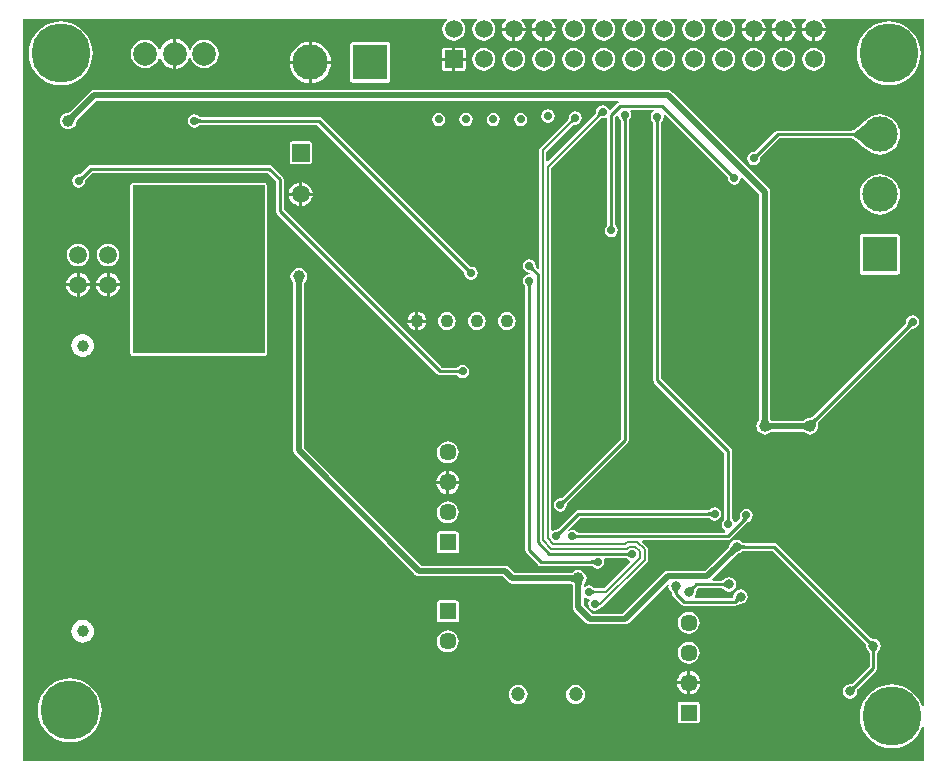
<source format=gbl>
G04 Layer_Physical_Order=2*
G04 Layer_Color=16711680*
%FSLAX25Y25*%
%MOIN*%
G70*
G01*
G75*
%ADD41C,0.00984*%
%ADD42C,0.01968*%
%ADD45C,0.00787*%
%ADD46C,0.04724*%
%ADD47C,0.11811*%
%ADD48R,0.11811X0.11811*%
%ADD49R,0.11811X0.11811*%
%ADD50C,0.05905*%
%ADD51C,0.05709*%
%ADD52R,0.05709X0.05709*%
%ADD53R,0.05905X0.05905*%
%ADD54C,0.07874*%
%ADD55R,0.05905X0.05905*%
%ADD56C,0.04331*%
%ADD57C,0.03937*%
%ADD58C,0.19685*%
%ADD59C,0.02756*%
%ADD60C,0.03150*%
%ADD61R,0.44000X0.56000*%
G36*
X-1405Y18505D02*
X-1905Y18406D01*
X-2499Y19841D01*
X-3374Y21267D01*
X-4460Y22540D01*
X-5733Y23626D01*
X-7159Y24501D01*
X-8705Y25141D01*
X-10332Y25532D01*
X-12000Y25663D01*
X-13668Y25532D01*
X-15295Y25141D01*
X-16841Y24501D01*
X-18267Y23626D01*
X-19540Y22540D01*
X-20626Y21267D01*
X-21501Y19841D01*
X-22141Y18295D01*
X-22532Y16668D01*
X-22663Y15000D01*
X-22532Y13332D01*
X-22141Y11705D01*
X-21501Y10159D01*
X-20626Y8733D01*
X-19540Y7460D01*
X-18267Y6374D01*
X-16841Y5499D01*
X-15295Y4859D01*
X-13668Y4468D01*
X-12000Y4337D01*
X-10332Y4468D01*
X-8705Y4859D01*
X-7159Y5499D01*
X-5733Y6374D01*
X-4460Y7460D01*
X-3374Y8733D01*
X-2499Y10159D01*
X-1905Y11594D01*
X-1405Y11495D01*
Y0D01*
X-301745D01*
Y247595D01*
X-160280D01*
X-160110Y247095D01*
X-160668Y246668D01*
X-161267Y245886D01*
X-161644Y244976D01*
X-161772Y244000D01*
X-161644Y243024D01*
X-161267Y242114D01*
X-160668Y241333D01*
X-159886Y240733D01*
X-158976Y240356D01*
X-158000Y240228D01*
X-157024Y240356D01*
X-156114Y240733D01*
X-155333Y241333D01*
X-154733Y242114D01*
X-154356Y243024D01*
X-154228Y244000D01*
X-154356Y244976D01*
X-154733Y245886D01*
X-155333Y246668D01*
X-155890Y247095D01*
X-155720Y247595D01*
X-150280D01*
X-150110Y247095D01*
X-150668Y246668D01*
X-151267Y245886D01*
X-151644Y244976D01*
X-151772Y244000D01*
X-151644Y243024D01*
X-151267Y242114D01*
X-150668Y241333D01*
X-149886Y240733D01*
X-148976Y240356D01*
X-148000Y240228D01*
X-147024Y240356D01*
X-146114Y240733D01*
X-145333Y241333D01*
X-144733Y242114D01*
X-144356Y243024D01*
X-144228Y244000D01*
X-144356Y244976D01*
X-144733Y245886D01*
X-145333Y246668D01*
X-145890Y247095D01*
X-145720Y247595D01*
X-140629D01*
X-140460Y247095D01*
X-140819Y246819D01*
X-141453Y245993D01*
X-141851Y245032D01*
X-141921Y244500D01*
X-134079D01*
X-134149Y245032D01*
X-134547Y245993D01*
X-135181Y246819D01*
X-135540Y247095D01*
X-135371Y247595D01*
X-130629D01*
X-130460Y247095D01*
X-130819Y246819D01*
X-131453Y245993D01*
X-131851Y245032D01*
X-131921Y244500D01*
X-124079D01*
X-124149Y245032D01*
X-124547Y245993D01*
X-125181Y246819D01*
X-125540Y247095D01*
X-125371Y247595D01*
X-120280D01*
X-120110Y247095D01*
X-120668Y246668D01*
X-121267Y245886D01*
X-121644Y244976D01*
X-121772Y244000D01*
X-121644Y243024D01*
X-121267Y242114D01*
X-120668Y241333D01*
X-119886Y240733D01*
X-118976Y240356D01*
X-118000Y240228D01*
X-117024Y240356D01*
X-116114Y240733D01*
X-115332Y241333D01*
X-114733Y242114D01*
X-114356Y243024D01*
X-114228Y244000D01*
X-114356Y244976D01*
X-114733Y245886D01*
X-115332Y246668D01*
X-115890Y247095D01*
X-115720Y247595D01*
X-110280D01*
X-110110Y247095D01*
X-110668Y246668D01*
X-111267Y245886D01*
X-111644Y244976D01*
X-111772Y244000D01*
X-111644Y243024D01*
X-111267Y242114D01*
X-110668Y241333D01*
X-109886Y240733D01*
X-108976Y240356D01*
X-108000Y240228D01*
X-107024Y240356D01*
X-106114Y240733D01*
X-105333Y241333D01*
X-104733Y242114D01*
X-104356Y243024D01*
X-104228Y244000D01*
X-104356Y244976D01*
X-104733Y245886D01*
X-105333Y246668D01*
X-105890Y247095D01*
X-105720Y247595D01*
X-100280D01*
X-100110Y247095D01*
X-100668Y246668D01*
X-101267Y245886D01*
X-101644Y244976D01*
X-101772Y244000D01*
X-101644Y243024D01*
X-101267Y242114D01*
X-100668Y241333D01*
X-99886Y240733D01*
X-98976Y240356D01*
X-98000Y240228D01*
X-97024Y240356D01*
X-96114Y240733D01*
X-95332Y241333D01*
X-94733Y242114D01*
X-94356Y243024D01*
X-94228Y244000D01*
X-94356Y244976D01*
X-94733Y245886D01*
X-95332Y246668D01*
X-95890Y247095D01*
X-95720Y247595D01*
X-90280D01*
X-90110Y247095D01*
X-90667Y246668D01*
X-91267Y245886D01*
X-91644Y244976D01*
X-91772Y244000D01*
X-91644Y243024D01*
X-91267Y242114D01*
X-90667Y241333D01*
X-89886Y240733D01*
X-88976Y240356D01*
X-88000Y240228D01*
X-87024Y240356D01*
X-86114Y240733D01*
X-85333Y241333D01*
X-84733Y242114D01*
X-84356Y243024D01*
X-84228Y244000D01*
X-84356Y244976D01*
X-84733Y245886D01*
X-85333Y246668D01*
X-85890Y247095D01*
X-85720Y247595D01*
X-80280D01*
X-80110Y247095D01*
X-80668Y246668D01*
X-81267Y245886D01*
X-81644Y244976D01*
X-81772Y244000D01*
X-81644Y243024D01*
X-81267Y242114D01*
X-80668Y241333D01*
X-79886Y240733D01*
X-78976Y240356D01*
X-78000Y240228D01*
X-77024Y240356D01*
X-76114Y240733D01*
X-75332Y241333D01*
X-74733Y242114D01*
X-74356Y243024D01*
X-74228Y244000D01*
X-74356Y244976D01*
X-74733Y245886D01*
X-75332Y246668D01*
X-75890Y247095D01*
X-75720Y247595D01*
X-70280D01*
X-70110Y247095D01*
X-70667Y246668D01*
X-71267Y245886D01*
X-71644Y244976D01*
X-71772Y244000D01*
X-71644Y243024D01*
X-71267Y242114D01*
X-70667Y241333D01*
X-69886Y240733D01*
X-68976Y240356D01*
X-68000Y240228D01*
X-67024Y240356D01*
X-66114Y240733D01*
X-65333Y241333D01*
X-64733Y242114D01*
X-64356Y243024D01*
X-64228Y244000D01*
X-64356Y244976D01*
X-64733Y245886D01*
X-65333Y246668D01*
X-65890Y247095D01*
X-65720Y247595D01*
X-60629D01*
X-60460Y247095D01*
X-60819Y246819D01*
X-61453Y245993D01*
X-61851Y245032D01*
X-61921Y244500D01*
X-54079D01*
X-54149Y245032D01*
X-54547Y245993D01*
X-55181Y246819D01*
X-55540Y247095D01*
X-55371Y247595D01*
X-50629D01*
X-50460Y247095D01*
X-50819Y246819D01*
X-51453Y245993D01*
X-51851Y245032D01*
X-51921Y244500D01*
X-44079D01*
X-44149Y245032D01*
X-44547Y245993D01*
X-45181Y246819D01*
X-45540Y247095D01*
X-45371Y247595D01*
X-40629D01*
X-40460Y247095D01*
X-40819Y246819D01*
X-41453Y245993D01*
X-41851Y245032D01*
X-41921Y244500D01*
X-34079D01*
X-34149Y245032D01*
X-34547Y245993D01*
X-35181Y246819D01*
X-35540Y247095D01*
X-35371Y247595D01*
X-1405D01*
Y18505D01*
D02*
G37*
%LPC*%
G36*
X-283740Y158362D02*
X-287161D01*
X-287091Y157830D01*
X-286693Y156869D01*
X-286059Y156043D01*
X-285234Y155410D01*
X-284272Y155011D01*
X-283740Y154941D01*
Y158362D01*
D02*
G37*
G36*
X-269319D02*
X-272740D01*
Y154941D01*
X-272208Y155011D01*
X-271247Y155410D01*
X-270421Y156043D01*
X-269787Y156869D01*
X-269389Y157830D01*
X-269319Y158362D01*
D02*
G37*
G36*
X-279319D02*
X-282740D01*
Y154941D01*
X-282208Y155011D01*
X-281247Y155410D01*
X-280421Y156043D01*
X-279787Y156869D01*
X-279389Y157830D01*
X-279319Y158362D01*
D02*
G37*
G36*
X-273740Y162783D02*
X-274272Y162713D01*
X-275234Y162315D01*
X-276059Y161681D01*
X-276693Y160856D01*
X-277091Y159894D01*
X-277161Y159362D01*
X-273740D01*
Y162783D01*
D02*
G37*
G36*
X-283740D02*
X-284272Y162713D01*
X-285234Y162315D01*
X-286059Y161681D01*
X-286693Y160856D01*
X-287091Y159894D01*
X-287161Y159362D01*
X-283740D01*
Y162783D01*
D02*
G37*
G36*
X-273740Y158362D02*
X-277161D01*
X-277091Y157830D01*
X-276693Y156869D01*
X-276059Y156043D01*
X-275234Y155410D01*
X-274272Y155011D01*
X-273740Y154941D01*
Y158362D01*
D02*
G37*
G36*
X-150300Y149778D02*
X-151071Y149677D01*
X-151789Y149379D01*
X-152406Y148906D01*
X-152879Y148289D01*
X-153177Y147571D01*
X-153278Y146800D01*
X-153177Y146029D01*
X-152879Y145311D01*
X-152406Y144694D01*
X-151789Y144221D01*
X-151071Y143923D01*
X-150300Y143822D01*
X-149529Y143923D01*
X-148811Y144221D01*
X-148194Y144694D01*
X-147721Y145311D01*
X-147423Y146029D01*
X-147322Y146800D01*
X-147423Y147571D01*
X-147721Y148289D01*
X-148194Y148906D01*
X-148811Y149379D01*
X-149529Y149677D01*
X-150300Y149778D01*
D02*
G37*
G36*
X-160300D02*
X-161071Y149677D01*
X-161789Y149379D01*
X-162406Y148906D01*
X-162879Y148289D01*
X-163177Y147571D01*
X-163278Y146800D01*
X-163177Y146029D01*
X-162879Y145311D01*
X-162406Y144694D01*
X-161789Y144221D01*
X-161071Y143923D01*
X-160300Y143822D01*
X-159529Y143923D01*
X-158811Y144221D01*
X-158194Y144694D01*
X-157721Y145311D01*
X-157423Y146029D01*
X-157322Y146800D01*
X-157423Y147571D01*
X-157721Y148289D01*
X-158194Y148906D01*
X-158811Y149379D01*
X-159529Y149677D01*
X-160300Y149778D01*
D02*
G37*
G36*
X-167173Y146300D02*
X-169800D01*
Y143673D01*
X-169474Y143716D01*
X-168704Y144035D01*
X-168043Y144543D01*
X-167535Y145204D01*
X-167216Y145974D01*
X-167173Y146300D01*
D02*
G37*
G36*
X-169800Y149927D02*
Y147300D01*
X-167173D01*
X-167216Y147626D01*
X-167535Y148396D01*
X-168043Y149057D01*
X-168704Y149565D01*
X-169474Y149884D01*
X-169800Y149927D01*
D02*
G37*
G36*
X-170800D02*
X-171126Y149884D01*
X-171896Y149565D01*
X-172557Y149057D01*
X-173065Y148396D01*
X-173384Y147626D01*
X-173427Y147300D01*
X-170800D01*
Y149927D01*
D02*
G37*
G36*
X-140300Y149778D02*
X-141071Y149677D01*
X-141789Y149379D01*
X-142406Y148906D01*
X-142879Y148289D01*
X-143177Y147571D01*
X-143278Y146800D01*
X-143177Y146029D01*
X-142879Y145311D01*
X-142406Y144694D01*
X-141789Y144221D01*
X-141071Y143923D01*
X-140300Y143822D01*
X-139529Y143923D01*
X-138811Y144221D01*
X-138194Y144694D01*
X-137721Y145311D01*
X-137423Y146029D01*
X-137322Y146800D01*
X-137423Y147571D01*
X-137721Y148289D01*
X-138194Y148906D01*
X-138811Y149379D01*
X-139529Y149677D01*
X-140300Y149778D01*
D02*
G37*
G36*
X-205079Y188610D02*
X-208500D01*
Y185189D01*
X-207968Y185259D01*
X-207007Y185658D01*
X-206181Y186291D01*
X-205547Y187117D01*
X-205149Y188078D01*
X-205079Y188610D01*
D02*
G37*
G36*
X-209500D02*
X-212921D01*
X-212851Y188078D01*
X-212453Y187117D01*
X-211819Y186291D01*
X-210993Y185658D01*
X-210032Y185259D01*
X-209500Y185189D01*
Y188610D01*
D02*
G37*
G36*
X-16000Y195725D02*
X-17312Y195596D01*
X-18574Y195213D01*
X-19736Y194592D01*
X-20755Y193755D01*
X-21592Y192736D01*
X-22213Y191574D01*
X-22596Y190312D01*
X-22725Y189000D01*
X-22596Y187688D01*
X-22213Y186426D01*
X-21592Y185264D01*
X-20755Y184245D01*
X-19736Y183408D01*
X-18574Y182787D01*
X-17312Y182404D01*
X-16000Y182275D01*
X-14688Y182404D01*
X-13426Y182787D01*
X-12264Y183408D01*
X-11244Y184245D01*
X-10408Y185264D01*
X-9787Y186426D01*
X-9404Y187688D01*
X-9275Y189000D01*
X-9404Y190312D01*
X-9787Y191574D01*
X-10408Y192736D01*
X-11244Y193755D01*
X-12264Y194592D01*
X-13426Y195213D01*
X-14688Y195596D01*
X-16000Y195725D01*
D02*
G37*
G36*
X-206047Y206645D02*
X-211953D01*
X-212260Y206584D01*
X-212520Y206410D01*
X-212695Y206150D01*
X-212756Y205842D01*
Y199937D01*
X-212695Y199630D01*
X-212520Y199369D01*
X-212260Y199195D01*
X-211953Y199134D01*
X-206047D01*
X-205740Y199195D01*
X-205480Y199369D01*
X-205306Y199630D01*
X-205244Y199937D01*
Y205842D01*
X-205306Y206150D01*
X-205480Y206410D01*
X-205740Y206584D01*
X-206047Y206645D01*
D02*
G37*
G36*
X-208500Y193031D02*
Y189610D01*
X-205079D01*
X-205149Y190142D01*
X-205547Y191104D01*
X-206181Y191929D01*
X-207007Y192563D01*
X-207968Y192961D01*
X-208500Y193031D01*
D02*
G37*
G36*
X-209500D02*
X-210032Y192961D01*
X-210993Y192563D01*
X-211819Y191929D01*
X-212453Y191104D01*
X-212851Y190142D01*
X-212921Y189610D01*
X-209500D01*
Y193031D01*
D02*
G37*
G36*
X-244500Y215708D02*
X-245345Y215540D01*
X-246061Y215061D01*
X-246540Y214345D01*
X-246708Y213500D01*
X-246540Y212655D01*
X-246061Y211939D01*
X-245345Y211460D01*
X-244500Y211292D01*
X-243655Y211460D01*
X-242939Y211939D01*
X-242875Y212035D01*
X-242841Y212063D01*
X-242791Y212097D01*
X-242742Y212125D01*
X-242692Y212148D01*
X-242640Y212168D01*
X-242584Y212183D01*
X-242525Y212195D01*
X-242517Y212195D01*
X-203540D01*
X-154575Y163230D01*
X-154570Y163224D01*
X-154536Y163173D01*
X-154507Y163123D01*
X-154484Y163073D01*
X-154465Y163021D01*
X-154451Y162966D01*
X-154440Y162907D01*
X-154435Y162863D01*
X-154458Y162750D01*
X-154290Y161905D01*
X-153811Y161189D01*
X-153095Y160710D01*
X-152250Y160542D01*
X-151405Y160710D01*
X-150689Y161189D01*
X-150210Y161905D01*
X-150042Y162750D01*
X-150210Y163595D01*
X-150689Y164311D01*
X-151405Y164790D01*
X-152250Y164958D01*
X-152363Y164935D01*
X-152407Y164940D01*
X-152466Y164951D01*
X-152521Y164965D01*
X-152573Y164984D01*
X-152623Y165007D01*
X-152673Y165036D01*
X-152724Y165070D01*
X-152730Y165075D01*
X-202078Y214422D01*
X-202501Y214705D01*
X-203000Y214805D01*
X-242517D01*
X-242525Y214805D01*
X-242584Y214817D01*
X-242640Y214832D01*
X-242692Y214852D01*
X-242742Y214875D01*
X-242791Y214903D01*
X-242841Y214937D01*
X-242875Y214965D01*
X-242939Y215061D01*
X-243655Y215540D01*
X-244500Y215708D01*
D02*
G37*
G36*
X-272740Y162783D02*
Y159362D01*
X-269319D01*
X-269389Y159894D01*
X-269787Y160856D01*
X-270421Y161681D01*
X-271247Y162315D01*
X-272208Y162713D01*
X-272740Y162783D01*
D02*
G37*
G36*
X-282740D02*
Y159362D01*
X-279319D01*
X-279389Y159894D01*
X-279787Y160856D01*
X-280421Y161681D01*
X-281247Y162315D01*
X-282208Y162713D01*
X-282740Y162783D01*
D02*
G37*
G36*
X-273240Y172635D02*
X-274217Y172506D01*
X-275126Y172129D01*
X-275908Y171530D01*
X-276507Y170748D01*
X-276884Y169839D01*
X-277013Y168862D01*
X-276884Y167886D01*
X-276507Y166976D01*
X-275908Y166195D01*
X-275126Y165595D01*
X-274217Y165218D01*
X-273240Y165090D01*
X-272264Y165218D01*
X-271354Y165595D01*
X-270573Y166195D01*
X-269973Y166976D01*
X-269596Y167886D01*
X-269468Y168862D01*
X-269596Y169839D01*
X-269973Y170748D01*
X-270573Y171530D01*
X-271354Y172129D01*
X-272264Y172506D01*
X-273240Y172635D01*
D02*
G37*
G36*
X-283240D02*
X-284216Y172506D01*
X-285126Y172129D01*
X-285908Y171530D01*
X-286507Y170748D01*
X-286884Y169839D01*
X-287013Y168862D01*
X-286884Y167886D01*
X-286507Y166976D01*
X-285908Y166195D01*
X-285126Y165595D01*
X-284216Y165218D01*
X-283240Y165090D01*
X-282264Y165218D01*
X-281354Y165595D01*
X-280573Y166195D01*
X-279973Y166976D01*
X-279596Y167886D01*
X-279468Y168862D01*
X-279596Y169839D01*
X-279973Y170748D01*
X-280573Y171530D01*
X-281354Y172129D01*
X-282264Y172506D01*
X-283240Y172635D01*
D02*
G37*
G36*
X-10095Y175708D02*
X-21905D01*
X-22213Y175647D01*
X-22473Y175473D01*
X-22647Y175213D01*
X-22708Y174906D01*
Y163094D01*
X-22647Y162787D01*
X-22473Y162527D01*
X-22213Y162353D01*
X-21905Y162292D01*
X-10095D01*
X-9787Y162353D01*
X-9527Y162527D01*
X-9353Y162787D01*
X-9292Y163094D01*
Y174906D01*
X-9353Y175213D01*
X-9527Y175473D01*
X-9787Y175647D01*
X-10095Y175708D01*
D02*
G37*
G36*
X-79700Y39973D02*
X-80651Y39848D01*
X-81537Y39481D01*
X-82297Y38897D01*
X-82881Y38137D01*
X-83248Y37251D01*
X-83373Y36300D01*
X-83248Y35349D01*
X-82881Y34463D01*
X-82297Y33703D01*
X-81537Y33119D01*
X-80651Y32752D01*
X-79700Y32627D01*
X-78749Y32752D01*
X-77863Y33119D01*
X-77103Y33703D01*
X-76519Y34463D01*
X-76152Y35349D01*
X-76027Y36300D01*
X-76152Y37251D01*
X-76519Y38137D01*
X-77103Y38897D01*
X-77863Y39481D01*
X-78749Y39848D01*
X-79700Y39973D01*
D02*
G37*
G36*
X-79200Y30122D02*
Y26800D01*
X-75878D01*
X-75945Y27306D01*
X-76333Y28244D01*
X-76951Y29049D01*
X-77756Y29667D01*
X-78694Y30055D01*
X-79200Y30122D01*
D02*
G37*
G36*
X-80200D02*
X-80706Y30055D01*
X-81644Y29667D01*
X-82449Y29049D01*
X-83067Y28244D01*
X-83455Y27306D01*
X-83522Y26800D01*
X-80200D01*
Y30122D01*
D02*
G37*
G36*
X-157146Y53657D02*
X-162854D01*
X-163162Y53596D01*
X-163422Y53422D01*
X-163596Y53162D01*
X-163657Y52854D01*
Y47146D01*
X-163596Y46838D01*
X-163422Y46578D01*
X-163162Y46404D01*
X-162854Y46343D01*
X-157146D01*
X-156838Y46404D01*
X-156578Y46578D01*
X-156404Y46838D01*
X-156343Y47146D01*
Y52854D01*
X-156404Y53162D01*
X-156578Y53422D01*
X-156838Y53596D01*
X-157146Y53657D01*
D02*
G37*
G36*
X-79700Y49973D02*
X-80651Y49848D01*
X-81537Y49481D01*
X-82297Y48897D01*
X-82881Y48137D01*
X-83248Y47251D01*
X-83373Y46300D01*
X-83248Y45349D01*
X-82881Y44463D01*
X-82297Y43703D01*
X-81537Y43119D01*
X-80651Y42752D01*
X-79700Y42627D01*
X-78749Y42752D01*
X-77863Y43119D01*
X-77103Y43703D01*
X-76519Y44463D01*
X-76152Y45349D01*
X-76027Y46300D01*
X-76152Y47251D01*
X-76519Y48137D01*
X-77103Y48897D01*
X-77863Y49481D01*
X-78749Y49848D01*
X-79700Y49973D01*
D02*
G37*
G36*
X-160000Y43673D02*
X-160951Y43548D01*
X-161837Y43181D01*
X-162597Y42597D01*
X-163181Y41837D01*
X-163548Y40951D01*
X-163673Y40000D01*
X-163548Y39049D01*
X-163181Y38163D01*
X-162597Y37403D01*
X-161837Y36819D01*
X-160951Y36452D01*
X-160000Y36327D01*
X-159049Y36452D01*
X-158163Y36819D01*
X-157403Y37403D01*
X-156819Y38163D01*
X-156452Y39049D01*
X-156327Y40000D01*
X-156452Y40951D01*
X-156819Y41837D01*
X-157403Y42597D01*
X-158163Y43181D01*
X-159049Y43548D01*
X-160000Y43673D01*
D02*
G37*
G36*
X-136575Y25519D02*
X-137397Y25411D01*
X-138163Y25094D01*
X-138821Y24589D01*
X-139326Y23931D01*
X-139643Y23165D01*
X-139752Y22343D01*
X-139643Y21520D01*
X-139326Y20754D01*
X-138821Y20096D01*
X-138163Y19591D01*
X-137397Y19274D01*
X-136575Y19166D01*
X-135753Y19274D01*
X-134986Y19591D01*
X-134328Y20096D01*
X-133824Y20754D01*
X-133506Y21520D01*
X-133398Y22343D01*
X-133506Y23165D01*
X-133824Y23931D01*
X-134328Y24589D01*
X-134986Y25094D01*
X-135753Y25411D01*
X-136575Y25519D01*
D02*
G37*
G36*
X-76846Y19957D02*
X-82554D01*
X-82862Y19896D01*
X-83122Y19722D01*
X-83296Y19462D01*
X-83357Y19154D01*
Y13446D01*
X-83296Y13138D01*
X-83122Y12878D01*
X-82862Y12704D01*
X-82554Y12643D01*
X-76846D01*
X-76538Y12704D01*
X-76278Y12878D01*
X-76104Y13138D01*
X-76043Y13446D01*
Y19154D01*
X-76104Y19462D01*
X-76278Y19722D01*
X-76538Y19896D01*
X-76846Y19957D01*
D02*
G37*
G36*
X-286000Y27663D02*
X-287668Y27531D01*
X-289295Y27141D01*
X-290841Y26501D01*
X-292267Y25626D01*
X-293540Y24540D01*
X-294626Y23267D01*
X-295501Y21841D01*
X-296141Y20295D01*
X-296532Y18668D01*
X-296663Y17000D01*
X-296532Y15332D01*
X-296141Y13705D01*
X-295501Y12159D01*
X-294626Y10733D01*
X-293540Y9460D01*
X-292267Y8374D01*
X-290841Y7499D01*
X-289295Y6859D01*
X-287668Y6469D01*
X-286000Y6337D01*
X-284332Y6469D01*
X-282705Y6859D01*
X-281159Y7499D01*
X-279733Y8374D01*
X-278460Y9460D01*
X-277374Y10733D01*
X-276499Y12159D01*
X-275859Y13705D01*
X-275468Y15332D01*
X-275337Y17000D01*
X-275468Y18668D01*
X-275859Y20295D01*
X-276499Y21841D01*
X-277374Y23267D01*
X-278460Y24540D01*
X-279733Y25626D01*
X-281159Y26501D01*
X-282705Y27141D01*
X-284332Y27531D01*
X-286000Y27663D01*
D02*
G37*
G36*
X-75878Y25800D02*
X-79200D01*
Y22478D01*
X-78694Y22545D01*
X-77756Y22933D01*
X-76951Y23551D01*
X-76333Y24356D01*
X-75945Y25294D01*
X-75878Y25800D01*
D02*
G37*
G36*
X-80200D02*
X-83522D01*
X-83455Y25294D01*
X-83067Y24356D01*
X-82449Y23551D01*
X-81644Y22933D01*
X-80706Y22545D01*
X-80200Y22478D01*
Y25800D01*
D02*
G37*
G36*
X-117362Y25519D02*
X-118184Y25411D01*
X-118951Y25094D01*
X-119608Y24589D01*
X-120113Y23931D01*
X-120431Y23165D01*
X-120539Y22343D01*
X-120431Y21520D01*
X-120113Y20754D01*
X-119608Y20096D01*
X-118951Y19591D01*
X-118184Y19274D01*
X-117362Y19166D01*
X-116540Y19274D01*
X-115774Y19591D01*
X-115116Y20096D01*
X-114611Y20754D01*
X-114294Y21520D01*
X-114185Y22343D01*
X-114294Y23165D01*
X-114611Y23931D01*
X-115116Y24589D01*
X-115774Y25094D01*
X-116540Y25411D01*
X-117362Y25519D01*
D02*
G37*
G36*
X-219500Y198805D02*
X-279000D01*
X-279499Y198705D01*
X-279923Y198423D01*
X-282520Y195825D01*
X-282526Y195820D01*
X-282577Y195786D01*
X-282627Y195757D01*
X-282677Y195734D01*
X-282729Y195715D01*
X-282784Y195701D01*
X-282843Y195690D01*
X-282887Y195685D01*
X-283000Y195708D01*
X-283845Y195540D01*
X-284561Y195061D01*
X-285040Y194345D01*
X-285208Y193500D01*
X-285040Y192655D01*
X-284561Y191939D01*
X-283845Y191460D01*
X-283000Y191292D01*
X-282155Y191460D01*
X-281439Y191939D01*
X-280960Y192655D01*
X-280792Y193500D01*
X-280815Y193613D01*
X-280810Y193657D01*
X-280799Y193716D01*
X-280785Y193771D01*
X-280766Y193823D01*
X-280743Y193873D01*
X-280714Y193923D01*
X-280680Y193974D01*
X-280675Y193980D01*
X-278460Y196195D01*
X-220040D01*
X-217305Y193460D01*
Y183500D01*
X-217205Y183001D01*
X-216922Y182578D01*
X-163423Y129077D01*
X-162999Y128795D01*
X-162500Y128695D01*
X-156983D01*
X-156975Y128695D01*
X-156915Y128683D01*
X-156860Y128668D01*
X-156808Y128648D01*
X-156758Y128625D01*
X-156709Y128597D01*
X-156659Y128563D01*
X-156625Y128535D01*
X-156561Y128439D01*
X-155845Y127960D01*
X-155000Y127792D01*
X-154155Y127960D01*
X-153439Y128439D01*
X-152960Y129155D01*
X-152792Y130000D01*
X-152960Y130845D01*
X-153439Y131561D01*
X-154155Y132040D01*
X-155000Y132208D01*
X-155845Y132040D01*
X-156561Y131561D01*
X-156625Y131465D01*
X-156659Y131437D01*
X-156709Y131403D01*
X-156758Y131375D01*
X-156808Y131352D01*
X-156860Y131332D01*
X-156915Y131317D01*
X-156975Y131305D01*
X-156983Y131305D01*
X-161960D01*
X-214695Y184040D01*
Y194000D01*
X-214795Y194499D01*
X-215077Y194922D01*
X-218578Y198423D01*
X-219001Y198705D01*
X-219084Y198722D01*
X-219500Y198805D01*
D02*
G37*
G36*
X-160000Y106673D02*
X-160951Y106548D01*
X-161837Y106181D01*
X-162597Y105597D01*
X-163181Y104837D01*
X-163548Y103951D01*
X-163673Y103000D01*
X-163548Y102049D01*
X-163181Y101163D01*
X-162597Y100403D01*
X-161837Y99819D01*
X-160951Y99452D01*
X-160000Y99327D01*
X-159049Y99452D01*
X-158163Y99819D01*
X-157403Y100403D01*
X-156819Y101163D01*
X-156452Y102049D01*
X-156327Y103000D01*
X-156452Y103951D01*
X-156819Y104837D01*
X-157403Y105597D01*
X-158163Y106181D01*
X-159049Y106548D01*
X-160000Y106673D01*
D02*
G37*
G36*
X-159500Y96822D02*
Y93500D01*
X-156178D01*
X-156245Y94006D01*
X-156633Y94944D01*
X-157251Y95749D01*
X-158056Y96367D01*
X-158994Y96755D01*
X-159500Y96822D01*
D02*
G37*
G36*
X-170800Y146300D02*
X-173427D01*
X-173384Y145974D01*
X-173065Y145204D01*
X-172557Y144543D01*
X-171896Y144035D01*
X-171126Y143716D01*
X-170800Y143673D01*
Y146300D01*
D02*
G37*
G36*
X-281612Y142412D02*
X-281716Y142405D01*
X-281821Y142412D01*
X-282592Y142311D01*
X-282692Y142277D01*
X-282795Y142256D01*
X-283513Y141959D01*
X-283600Y141900D01*
X-283694Y141854D01*
X-284311Y141381D01*
X-284380Y141302D01*
X-284459Y141233D01*
X-284933Y140616D01*
X-284979Y140522D01*
X-285037Y140434D01*
X-285335Y139716D01*
X-285355Y139613D01*
X-285389Y139513D01*
X-285491Y138743D01*
X-285487Y138690D01*
X-285498Y138638D01*
X-285487Y138586D01*
X-285491Y138533D01*
X-285389Y137762D01*
X-285355Y137663D01*
X-285335Y137560D01*
X-285037Y136841D01*
X-284979Y136754D01*
X-284933Y136660D01*
X-284459Y136043D01*
X-284380Y135974D01*
X-284311Y135895D01*
X-283694Y135422D01*
X-283600Y135375D01*
X-283513Y135317D01*
X-282795Y135019D01*
X-282692Y134999D01*
X-282592Y134965D01*
X-281821Y134864D01*
X-281716Y134871D01*
X-281612Y134864D01*
X-280841Y134965D01*
X-280742Y134999D01*
X-280639Y135019D01*
X-279920Y135317D01*
X-279833Y135375D01*
X-279739Y135422D01*
X-279122Y135895D01*
X-279053Y135974D01*
X-278974Y136043D01*
X-278500Y136660D01*
X-278454Y136754D01*
X-278396Y136841D01*
X-278098Y137560D01*
X-278078Y137663D01*
X-278044Y137762D01*
X-277942Y138533D01*
X-277946Y138586D01*
X-277936Y138638D01*
X-277946Y138690D01*
X-277942Y138743D01*
X-278044Y139513D01*
X-278078Y139613D01*
X-278098Y139716D01*
X-278396Y140434D01*
X-278454Y140522D01*
X-278500Y140616D01*
X-278974Y141233D01*
X-279053Y141302D01*
X-279122Y141381D01*
X-279739Y141854D01*
X-279833Y141900D01*
X-279920Y141959D01*
X-280639Y142256D01*
X-280742Y142277D01*
X-280841Y142311D01*
X-281612Y142412D01*
D02*
G37*
G36*
X-221000Y192803D02*
X-265000D01*
X-265307Y192742D01*
X-265568Y192568D01*
X-265742Y192307D01*
X-265803Y192000D01*
Y136000D01*
X-265742Y135693D01*
X-265568Y135432D01*
X-265307Y135258D01*
X-265000Y135197D01*
X-221000D01*
X-220693Y135258D01*
X-220432Y135432D01*
X-220258Y135693D01*
X-220197Y136000D01*
Y192000D01*
X-220258Y192307D01*
X-220432Y192568D01*
X-220693Y192742D01*
X-221000Y192803D01*
D02*
G37*
G36*
X-160000Y86673D02*
X-160951Y86548D01*
X-161837Y86181D01*
X-162597Y85597D01*
X-163181Y84837D01*
X-163548Y83951D01*
X-163673Y83000D01*
X-163548Y82049D01*
X-163181Y81163D01*
X-162597Y80403D01*
X-161837Y79819D01*
X-160951Y79452D01*
X-160000Y79327D01*
X-159049Y79452D01*
X-158163Y79819D01*
X-157403Y80403D01*
X-156819Y81163D01*
X-156452Y82049D01*
X-156327Y83000D01*
X-156452Y83951D01*
X-156819Y84837D01*
X-157403Y85597D01*
X-158163Y86181D01*
X-159049Y86548D01*
X-160000Y86673D01*
D02*
G37*
G36*
X-157146Y76657D02*
X-162854D01*
X-163162Y76596D01*
X-163422Y76422D01*
X-163596Y76162D01*
X-163657Y75854D01*
Y70146D01*
X-163596Y69838D01*
X-163422Y69578D01*
X-163162Y69404D01*
X-162854Y69343D01*
X-157146D01*
X-156838Y69404D01*
X-156578Y69578D01*
X-156404Y69838D01*
X-156343Y70146D01*
Y75854D01*
X-156404Y76162D01*
X-156578Y76422D01*
X-156838Y76596D01*
X-157146Y76657D01*
D02*
G37*
G36*
X-281612Y47136D02*
X-281716Y47129D01*
X-281821Y47136D01*
X-282592Y47035D01*
X-282692Y47001D01*
X-282795Y46981D01*
X-283513Y46683D01*
X-283600Y46625D01*
X-283694Y46578D01*
X-284311Y46105D01*
X-284380Y46026D01*
X-284459Y45957D01*
X-284933Y45340D01*
X-284979Y45246D01*
X-285037Y45159D01*
X-285335Y44440D01*
X-285355Y44337D01*
X-285389Y44238D01*
X-285491Y43467D01*
X-285487Y43414D01*
X-285498Y43362D01*
X-285487Y43310D01*
X-285491Y43257D01*
X-285389Y42487D01*
X-285355Y42387D01*
X-285335Y42284D01*
X-285037Y41566D01*
X-284979Y41478D01*
X-284933Y41384D01*
X-284459Y40767D01*
X-284380Y40698D01*
X-284311Y40619D01*
X-283694Y40146D01*
X-283600Y40100D01*
X-283513Y40041D01*
X-282795Y39744D01*
X-282692Y39723D01*
X-282592Y39689D01*
X-281821Y39588D01*
X-281716Y39595D01*
X-281612Y39588D01*
X-280841Y39689D01*
X-280742Y39723D01*
X-280639Y39744D01*
X-279920Y40041D01*
X-279833Y40100D01*
X-279739Y40146D01*
X-279122Y40619D01*
X-279053Y40698D01*
X-278974Y40767D01*
X-278500Y41384D01*
X-278454Y41478D01*
X-278396Y41566D01*
X-278098Y42284D01*
X-278078Y42387D01*
X-278044Y42487D01*
X-277942Y43257D01*
X-277946Y43310D01*
X-277936Y43362D01*
X-277946Y43414D01*
X-277942Y43467D01*
X-278044Y44238D01*
X-278078Y44337D01*
X-278098Y44440D01*
X-278396Y45159D01*
X-278454Y45246D01*
X-278500Y45340D01*
X-278974Y45957D01*
X-279053Y46026D01*
X-279122Y46105D01*
X-279739Y46578D01*
X-279833Y46625D01*
X-279920Y46683D01*
X-280639Y46981D01*
X-280742Y47001D01*
X-280841Y47035D01*
X-281612Y47136D01*
D02*
G37*
G36*
X-160500Y96822D02*
X-161006Y96755D01*
X-161944Y96367D01*
X-162749Y95749D01*
X-163367Y94944D01*
X-163755Y94006D01*
X-163822Y93500D01*
X-160500D01*
Y96822D01*
D02*
G37*
G36*
X-156178Y92500D02*
X-159500D01*
Y89178D01*
X-158994Y89245D01*
X-158056Y89633D01*
X-157251Y90251D01*
X-156633Y91056D01*
X-156245Y91994D01*
X-156178Y92500D01*
D02*
G37*
G36*
X-160500D02*
X-163822D01*
X-163755Y91994D01*
X-163367Y91056D01*
X-162749Y90251D01*
X-161944Y89633D01*
X-161006Y89245D01*
X-160500Y89178D01*
Y92500D01*
D02*
G37*
G36*
X-16000Y215725D02*
X-17312Y215596D01*
X-18574Y215213D01*
X-19736Y214592D01*
X-20755Y213755D01*
X-20857Y213632D01*
X-22109Y212417D01*
X-23265Y211432D01*
X-23764Y211062D01*
X-24220Y210764D01*
X-24622Y210542D01*
X-24963Y210396D01*
X-25233Y210320D01*
X-25378Y210305D01*
X-50000D01*
X-50499Y210205D01*
X-50923Y209923D01*
X-57520Y203325D01*
X-57526Y203320D01*
X-57577Y203286D01*
X-57627Y203257D01*
X-57677Y203234D01*
X-57729Y203215D01*
X-57784Y203201D01*
X-57843Y203190D01*
X-57887Y203185D01*
X-58000Y203208D01*
X-58845Y203040D01*
X-59561Y202561D01*
X-60040Y201845D01*
X-60208Y201000D01*
X-60040Y200155D01*
X-59561Y199439D01*
X-58845Y198960D01*
X-58000Y198792D01*
X-57155Y198960D01*
X-56439Y199439D01*
X-55960Y200155D01*
X-55792Y201000D01*
X-55815Y201113D01*
X-55810Y201157D01*
X-55799Y201216D01*
X-55785Y201271D01*
X-55766Y201323D01*
X-55743Y201373D01*
X-55714Y201423D01*
X-55680Y201474D01*
X-55675Y201480D01*
X-49460Y207695D01*
X-25378D01*
X-25233Y207680D01*
X-24963Y207604D01*
X-24622Y207458D01*
X-24220Y207237D01*
X-23764Y206938D01*
X-23270Y206573D01*
X-21462Y204973D01*
X-20866Y204379D01*
X-20755Y204244D01*
X-19736Y203408D01*
X-18574Y202787D01*
X-17312Y202404D01*
X-16000Y202275D01*
X-14688Y202404D01*
X-13426Y202787D01*
X-12264Y203408D01*
X-11244Y204244D01*
X-10408Y205264D01*
X-9787Y206426D01*
X-9404Y207688D01*
X-9275Y209000D01*
X-9404Y210312D01*
X-9787Y211574D01*
X-10408Y212736D01*
X-11244Y213755D01*
X-12264Y214592D01*
X-13426Y215213D01*
X-14688Y215596D01*
X-16000Y215725D01*
D02*
G37*
G36*
X-148000Y237772D02*
X-148976Y237644D01*
X-149886Y237267D01*
X-150668Y236667D01*
X-151267Y235886D01*
X-151644Y234976D01*
X-151772Y234000D01*
X-151644Y233024D01*
X-151267Y232114D01*
X-150668Y231332D01*
X-149886Y230733D01*
X-148976Y230356D01*
X-148000Y230228D01*
X-147024Y230356D01*
X-146114Y230733D01*
X-145333Y231332D01*
X-144733Y232114D01*
X-144356Y233024D01*
X-144228Y234000D01*
X-144356Y234976D01*
X-144733Y235886D01*
X-145333Y236667D01*
X-146114Y237267D01*
X-147024Y237644D01*
X-148000Y237772D01*
D02*
G37*
G36*
X-158500Y237972D02*
X-160953D01*
X-161343Y237895D01*
X-161674Y237674D01*
X-161895Y237343D01*
X-161972Y236953D01*
Y234500D01*
X-158500D01*
Y237972D01*
D02*
G37*
G36*
X-138000Y237772D02*
X-138976Y237644D01*
X-139886Y237267D01*
X-140667Y236667D01*
X-141267Y235886D01*
X-141644Y234976D01*
X-141772Y234000D01*
X-141644Y233024D01*
X-141267Y232114D01*
X-140667Y231332D01*
X-139886Y230733D01*
X-138976Y230356D01*
X-138000Y230228D01*
X-137024Y230356D01*
X-136114Y230733D01*
X-135333Y231332D01*
X-134733Y232114D01*
X-134356Y233024D01*
X-134228Y234000D01*
X-134356Y234976D01*
X-134733Y235886D01*
X-135333Y236667D01*
X-136114Y237267D01*
X-137024Y237644D01*
X-138000Y237772D01*
D02*
G37*
G36*
X-118000D02*
X-118976Y237644D01*
X-119886Y237267D01*
X-120668Y236667D01*
X-121267Y235886D01*
X-121644Y234976D01*
X-121772Y234000D01*
X-121644Y233024D01*
X-121267Y232114D01*
X-120668Y231332D01*
X-119886Y230733D01*
X-118976Y230356D01*
X-118000Y230228D01*
X-117024Y230356D01*
X-116114Y230733D01*
X-115332Y231332D01*
X-114733Y232114D01*
X-114356Y233024D01*
X-114228Y234000D01*
X-114356Y234976D01*
X-114733Y235886D01*
X-115332Y236667D01*
X-116114Y237267D01*
X-117024Y237644D01*
X-118000Y237772D01*
D02*
G37*
G36*
X-128000D02*
X-128976Y237644D01*
X-129886Y237267D01*
X-130667Y236667D01*
X-131267Y235886D01*
X-131644Y234976D01*
X-131772Y234000D01*
X-131644Y233024D01*
X-131267Y232114D01*
X-130667Y231332D01*
X-129886Y230733D01*
X-128976Y230356D01*
X-128000Y230228D01*
X-127024Y230356D01*
X-126114Y230733D01*
X-125332Y231332D01*
X-124733Y232114D01*
X-124356Y233024D01*
X-124228Y234000D01*
X-124356Y234976D01*
X-124733Y235886D01*
X-125332Y236667D01*
X-126114Y237267D01*
X-127024Y237644D01*
X-128000Y237772D01*
D02*
G37*
G36*
X-154028Y233500D02*
X-157500D01*
Y230028D01*
X-155047D01*
X-154657Y230105D01*
X-154326Y230326D01*
X-154105Y230657D01*
X-154028Y231047D01*
Y233500D01*
D02*
G37*
G36*
X-198953Y232500D02*
X-205343D01*
Y226110D01*
X-204489Y226194D01*
X-203187Y226589D01*
X-201988Y227231D01*
X-200936Y228093D01*
X-200073Y229145D01*
X-199432Y230345D01*
X-199037Y231646D01*
X-198953Y232500D01*
D02*
G37*
G36*
X-13000Y246663D02*
X-14668Y246532D01*
X-16295Y246141D01*
X-17841Y245501D01*
X-19267Y244626D01*
X-20540Y243540D01*
X-21626Y242267D01*
X-22501Y240841D01*
X-23141Y239295D01*
X-23531Y237668D01*
X-23663Y236000D01*
X-23531Y234332D01*
X-23141Y232705D01*
X-22501Y231159D01*
X-21626Y229733D01*
X-20540Y228460D01*
X-19267Y227374D01*
X-17841Y226499D01*
X-16295Y225859D01*
X-14668Y225468D01*
X-13000Y225337D01*
X-11332Y225468D01*
X-9705Y225859D01*
X-8159Y226499D01*
X-6733Y227374D01*
X-5460Y228460D01*
X-4374Y229733D01*
X-3499Y231159D01*
X-2859Y232705D01*
X-2468Y234332D01*
X-2337Y236000D01*
X-2468Y237668D01*
X-2859Y239295D01*
X-3499Y240841D01*
X-4374Y242267D01*
X-5460Y243540D01*
X-6733Y244626D01*
X-8159Y245501D01*
X-9705Y246141D01*
X-11332Y246532D01*
X-13000Y246663D01*
D02*
G37*
G36*
X-206343Y232500D02*
X-212732D01*
X-212648Y231646D01*
X-212253Y230345D01*
X-211612Y229145D01*
X-210749Y228093D01*
X-209698Y227231D01*
X-208498Y226589D01*
X-207196Y226194D01*
X-206343Y226110D01*
Y232500D01*
D02*
G37*
G36*
X-158500Y233500D02*
X-161972D01*
Y231047D01*
X-161895Y230657D01*
X-161674Y230326D01*
X-161343Y230105D01*
X-160953Y230028D01*
X-158500D01*
Y233500D01*
D02*
G37*
G36*
X-179937Y239708D02*
X-191748D01*
X-192055Y239647D01*
X-192316Y239473D01*
X-192490Y239213D01*
X-192551Y238906D01*
Y227095D01*
X-192490Y226787D01*
X-192316Y226527D01*
X-192055Y226353D01*
X-191748Y226292D01*
X-179937D01*
X-179630Y226353D01*
X-179369Y226527D01*
X-179195Y226787D01*
X-179134Y227095D01*
Y238906D01*
X-179195Y239213D01*
X-179369Y239473D01*
X-179630Y239647D01*
X-179937Y239708D01*
D02*
G37*
G36*
X-38000Y237772D02*
X-38976Y237644D01*
X-39886Y237267D01*
X-40668Y236667D01*
X-41267Y235886D01*
X-41644Y234976D01*
X-41772Y234000D01*
X-41644Y233024D01*
X-41267Y232114D01*
X-40668Y231332D01*
X-39886Y230733D01*
X-38976Y230356D01*
X-38000Y230228D01*
X-37024Y230356D01*
X-36114Y230733D01*
X-35333Y231332D01*
X-34733Y232114D01*
X-34356Y233024D01*
X-34228Y234000D01*
X-34356Y234976D01*
X-34733Y235886D01*
X-35333Y236667D01*
X-36114Y237267D01*
X-37024Y237644D01*
X-38000Y237772D01*
D02*
G37*
G36*
X-48000D02*
X-48976Y237644D01*
X-49886Y237267D01*
X-50668Y236667D01*
X-51267Y235886D01*
X-51644Y234976D01*
X-51772Y234000D01*
X-51644Y233024D01*
X-51267Y232114D01*
X-50668Y231332D01*
X-49886Y230733D01*
X-48976Y230356D01*
X-48000Y230228D01*
X-47024Y230356D01*
X-46114Y230733D01*
X-45333Y231332D01*
X-44733Y232114D01*
X-44356Y233024D01*
X-44228Y234000D01*
X-44356Y234976D01*
X-44733Y235886D01*
X-45333Y236667D01*
X-46114Y237267D01*
X-47024Y237644D01*
X-48000Y237772D01*
D02*
G37*
G36*
X-250500Y240764D02*
Y235850D01*
Y230937D01*
X-249711Y231041D01*
X-248510Y231538D01*
X-247479Y232329D01*
X-246688Y233361D01*
X-246222Y234484D01*
X-245925Y234517D01*
X-245704Y234480D01*
X-245284Y233468D01*
X-244527Y232481D01*
X-243540Y231724D01*
X-242391Y231248D01*
X-241158Y231085D01*
X-239924Y231248D01*
X-238775Y231724D01*
X-237788Y232481D01*
X-237031Y233468D01*
X-236555Y234617D01*
X-236392Y235850D01*
X-236555Y237084D01*
X-237031Y238233D01*
X-237788Y239220D01*
X-238775Y239977D01*
X-239924Y240453D01*
X-241158Y240616D01*
X-242391Y240453D01*
X-243540Y239977D01*
X-244527Y239220D01*
X-245284Y238233D01*
X-245704Y237221D01*
X-245925Y237183D01*
X-246222Y237217D01*
X-246688Y238340D01*
X-247479Y239371D01*
X-248510Y240163D01*
X-249711Y240660D01*
X-250500Y240764D01*
D02*
G37*
G36*
X-205343Y239890D02*
Y233500D01*
X-198953D01*
X-199037Y234354D01*
X-199432Y235655D01*
X-200073Y236855D01*
X-200936Y237907D01*
X-201988Y238770D01*
X-203187Y239411D01*
X-204489Y239806D01*
X-205343Y239890D01*
D02*
G37*
G36*
X-206343Y239890D02*
X-207196Y239806D01*
X-208498Y239411D01*
X-209698Y238770D01*
X-210749Y237907D01*
X-211612Y236855D01*
X-212253Y235655D01*
X-212648Y234354D01*
X-212732Y233500D01*
X-206343D01*
Y239890D01*
D02*
G37*
G36*
X-58000Y237772D02*
X-58976Y237644D01*
X-59886Y237267D01*
X-60668Y236667D01*
X-61267Y235886D01*
X-61644Y234976D01*
X-61772Y234000D01*
X-61644Y233024D01*
X-61267Y232114D01*
X-60668Y231332D01*
X-59886Y230733D01*
X-58976Y230356D01*
X-58000Y230228D01*
X-57024Y230356D01*
X-56114Y230733D01*
X-55332Y231332D01*
X-54733Y232114D01*
X-54356Y233024D01*
X-54228Y234000D01*
X-54356Y234976D01*
X-54733Y235886D01*
X-55332Y236667D01*
X-56114Y237267D01*
X-57024Y237644D01*
X-58000Y237772D01*
D02*
G37*
G36*
X-98000D02*
X-98976Y237644D01*
X-99886Y237267D01*
X-100668Y236667D01*
X-101267Y235886D01*
X-101644Y234976D01*
X-101772Y234000D01*
X-101644Y233024D01*
X-101267Y232114D01*
X-100668Y231332D01*
X-99886Y230733D01*
X-98976Y230356D01*
X-98000Y230228D01*
X-97024Y230356D01*
X-96114Y230733D01*
X-95332Y231332D01*
X-94733Y232114D01*
X-94356Y233024D01*
X-94228Y234000D01*
X-94356Y234976D01*
X-94733Y235886D01*
X-95332Y236667D01*
X-96114Y237267D01*
X-97024Y237644D01*
X-98000Y237772D01*
D02*
G37*
G36*
X-108000D02*
X-108976Y237644D01*
X-109886Y237267D01*
X-110668Y236667D01*
X-111267Y235886D01*
X-111644Y234976D01*
X-111772Y234000D01*
X-111644Y233024D01*
X-111267Y232114D01*
X-110668Y231332D01*
X-109886Y230733D01*
X-108976Y230356D01*
X-108000Y230228D01*
X-107024Y230356D01*
X-106114Y230733D01*
X-105333Y231332D01*
X-104733Y232114D01*
X-104356Y233024D01*
X-104228Y234000D01*
X-104356Y234976D01*
X-104733Y235886D01*
X-105333Y236667D01*
X-106114Y237267D01*
X-107024Y237644D01*
X-108000Y237772D01*
D02*
G37*
G36*
X-88000D02*
X-88976Y237644D01*
X-89886Y237267D01*
X-90667Y236667D01*
X-91267Y235886D01*
X-91644Y234976D01*
X-91772Y234000D01*
X-91644Y233024D01*
X-91267Y232114D01*
X-90667Y231332D01*
X-89886Y230733D01*
X-88976Y230356D01*
X-88000Y230228D01*
X-87024Y230356D01*
X-86114Y230733D01*
X-85333Y231332D01*
X-84733Y232114D01*
X-84356Y233024D01*
X-84228Y234000D01*
X-84356Y234976D01*
X-84733Y235886D01*
X-85333Y236667D01*
X-86114Y237267D01*
X-87024Y237644D01*
X-88000Y237772D01*
D02*
G37*
G36*
X-68000D02*
X-68976Y237644D01*
X-69886Y237267D01*
X-70667Y236667D01*
X-71267Y235886D01*
X-71644Y234976D01*
X-71772Y234000D01*
X-71644Y233024D01*
X-71267Y232114D01*
X-70667Y231332D01*
X-69886Y230733D01*
X-68976Y230356D01*
X-68000Y230228D01*
X-67024Y230356D01*
X-66114Y230733D01*
X-65333Y231332D01*
X-64733Y232114D01*
X-64356Y233024D01*
X-64228Y234000D01*
X-64356Y234976D01*
X-64733Y235886D01*
X-65333Y236667D01*
X-66114Y237267D01*
X-67024Y237644D01*
X-68000Y237772D01*
D02*
G37*
G36*
X-78000D02*
X-78976Y237644D01*
X-79886Y237267D01*
X-80668Y236667D01*
X-81267Y235886D01*
X-81644Y234976D01*
X-81772Y234000D01*
X-81644Y233024D01*
X-81267Y232114D01*
X-80668Y231332D01*
X-79886Y230733D01*
X-78976Y230356D01*
X-78000Y230228D01*
X-77024Y230356D01*
X-76114Y230733D01*
X-75332Y231332D01*
X-74733Y232114D01*
X-74356Y233024D01*
X-74228Y234000D01*
X-74356Y234976D01*
X-74733Y235886D01*
X-75332Y236667D01*
X-76114Y237267D01*
X-77024Y237644D01*
X-78000Y237772D01*
D02*
G37*
G36*
X-54079Y243500D02*
X-57500D01*
Y240079D01*
X-56968Y240149D01*
X-56007Y240547D01*
X-55181Y241181D01*
X-54547Y242007D01*
X-54149Y242968D01*
X-54079Y243500D01*
D02*
G37*
G36*
X-135700Y216208D02*
X-136545Y216040D01*
X-137261Y215561D01*
X-137740Y214845D01*
X-137908Y214000D01*
X-137740Y213155D01*
X-137261Y212439D01*
X-136545Y211960D01*
X-135700Y211792D01*
X-134855Y211960D01*
X-134139Y212439D01*
X-133660Y213155D01*
X-133492Y214000D01*
X-133660Y214845D01*
X-134139Y215561D01*
X-134855Y216040D01*
X-135700Y216208D01*
D02*
G37*
G36*
X-58500Y243500D02*
X-61921D01*
X-61851Y242968D01*
X-61453Y242007D01*
X-60819Y241181D01*
X-59993Y240547D01*
X-59032Y240149D01*
X-58500Y240079D01*
Y243500D01*
D02*
G37*
G36*
X-124079D02*
X-127500D01*
Y240079D01*
X-126968Y240149D01*
X-126007Y240547D01*
X-125181Y241181D01*
X-124547Y242007D01*
X-124149Y242968D01*
X-124079Y243500D01*
D02*
G37*
G36*
X-38500D02*
X-41921D01*
X-41851Y242968D01*
X-41453Y242007D01*
X-40819Y241181D01*
X-39993Y240547D01*
X-39032Y240149D01*
X-38500Y240079D01*
Y243500D01*
D02*
G37*
G36*
X-48500D02*
X-51921D01*
X-51851Y242968D01*
X-51453Y242007D01*
X-50819Y241181D01*
X-49993Y240547D01*
X-49032Y240149D01*
X-48500Y240079D01*
Y243500D01*
D02*
G37*
G36*
X-44079D02*
X-47500D01*
Y240079D01*
X-46968Y240149D01*
X-46007Y240547D01*
X-45181Y241181D01*
X-44547Y242007D01*
X-44149Y242968D01*
X-44079Y243500D01*
D02*
G37*
G36*
X-163000Y216208D02*
X-163845Y216040D01*
X-164561Y215561D01*
X-165040Y214845D01*
X-165208Y214000D01*
X-165040Y213155D01*
X-164561Y212439D01*
X-163845Y211960D01*
X-163000Y211792D01*
X-162155Y211960D01*
X-161439Y212439D01*
X-160960Y213155D01*
X-160792Y214000D01*
X-160960Y214845D01*
X-161439Y215561D01*
X-162155Y216040D01*
X-163000Y216208D01*
D02*
G37*
G36*
X-144800D02*
X-145645Y216040D01*
X-146361Y215561D01*
X-146840Y214845D01*
X-147008Y214000D01*
X-146840Y213155D01*
X-146361Y212439D01*
X-145645Y211960D01*
X-144800Y211792D01*
X-143955Y211960D01*
X-143239Y212439D01*
X-142760Y213155D01*
X-142592Y214000D01*
X-142760Y214845D01*
X-143239Y215561D01*
X-143955Y216040D01*
X-144800Y216208D01*
D02*
G37*
G36*
X-153900D02*
X-154745Y216040D01*
X-155461Y215561D01*
X-155940Y214845D01*
X-156108Y214000D01*
X-155940Y213155D01*
X-155461Y212439D01*
X-154745Y211960D01*
X-153900Y211792D01*
X-153055Y211960D01*
X-152339Y212439D01*
X-151860Y213155D01*
X-151692Y214000D01*
X-151860Y214845D01*
X-152339Y215561D01*
X-153055Y216040D01*
X-153900Y216208D01*
D02*
G37*
G36*
X-289000Y246663D02*
X-290668Y246532D01*
X-292295Y246141D01*
X-293841Y245501D01*
X-295267Y244626D01*
X-296540Y243540D01*
X-297626Y242267D01*
X-298501Y240841D01*
X-299141Y239295D01*
X-299532Y237668D01*
X-299663Y236000D01*
X-299532Y234332D01*
X-299141Y232705D01*
X-298501Y231159D01*
X-297626Y229733D01*
X-296540Y228460D01*
X-295267Y227374D01*
X-293841Y226499D01*
X-292295Y225859D01*
X-290668Y225468D01*
X-289000Y225337D01*
X-287332Y225468D01*
X-285705Y225859D01*
X-284159Y226499D01*
X-282733Y227374D01*
X-281460Y228460D01*
X-280374Y229733D01*
X-279499Y231159D01*
X-278859Y232705D01*
X-278468Y234332D01*
X-278337Y236000D01*
X-278468Y237668D01*
X-278859Y239295D01*
X-279499Y240841D01*
X-280374Y242267D01*
X-281460Y243540D01*
X-282733Y244626D01*
X-284159Y245501D01*
X-285705Y246141D01*
X-287332Y246532D01*
X-289000Y246663D01*
D02*
G37*
G36*
X-138500Y243500D02*
X-141921D01*
X-141851Y242968D01*
X-141453Y242007D01*
X-140819Y241181D01*
X-139993Y240547D01*
X-139032Y240149D01*
X-138500Y240079D01*
Y243500D01*
D02*
G37*
G36*
X-34079D02*
X-37500D01*
Y240079D01*
X-36968Y240149D01*
X-36007Y240547D01*
X-35181Y241181D01*
X-34547Y242007D01*
X-34149Y242968D01*
X-34079Y243500D01*
D02*
G37*
G36*
X-86500Y223806D02*
X-278000D01*
X-278691Y223669D01*
X-279277Y223277D01*
X-285999Y216555D01*
X-286067Y216501D01*
X-286168Y216428D01*
X-286256Y216373D01*
X-286330Y216334D01*
X-286387Y216309D01*
X-286426Y216297D01*
X-286441Y216294D01*
X-286480Y216299D01*
X-287200Y216205D01*
X-287870Y215927D01*
X-288446Y215485D01*
X-288888Y214910D01*
X-289165Y214239D01*
X-289260Y213520D01*
X-289165Y212800D01*
X-288888Y212130D01*
X-288446Y211554D01*
X-287870Y211112D01*
X-287200Y210835D01*
X-286480Y210740D01*
X-285761Y210835D01*
X-285090Y211112D01*
X-284515Y211554D01*
X-284073Y212130D01*
X-283795Y212800D01*
X-283701Y213520D01*
X-283706Y213559D01*
X-283703Y213574D01*
X-283691Y213613D01*
X-283666Y213670D01*
X-283627Y213744D01*
X-283572Y213833D01*
X-283505Y213925D01*
X-283420Y214025D01*
X-277252Y220194D01*
X-103101D01*
X-103009Y219731D01*
X-103017Y219694D01*
X-103422Y219423D01*
X-105826Y217019D01*
X-106304Y217164D01*
X-106360Y217445D01*
X-106839Y218161D01*
X-107555Y218640D01*
X-108400Y218808D01*
X-109245Y218640D01*
X-109961Y218161D01*
X-110440Y217445D01*
X-110608Y216600D01*
X-110583Y216475D01*
X-110583Y216468D01*
X-110591Y216369D01*
X-110603Y216282D01*
X-110619Y216206D01*
X-110639Y216140D01*
X-110660Y216085D01*
X-110684Y216037D01*
X-110708Y215997D01*
X-110715Y215988D01*
X-126661Y200043D01*
X-127122Y200234D01*
Y203174D01*
X-118112Y212185D01*
X-118103Y212192D01*
X-118063Y212216D01*
X-118015Y212240D01*
X-117960Y212261D01*
X-117894Y212281D01*
X-117818Y212297D01*
X-117731Y212310D01*
X-117632Y212317D01*
X-117625Y212317D01*
X-117500Y212292D01*
X-116655Y212460D01*
X-115939Y212939D01*
X-115460Y213655D01*
X-115292Y214500D01*
X-115460Y215345D01*
X-115939Y216061D01*
X-116655Y216540D01*
X-117500Y216708D01*
X-118345Y216540D01*
X-119061Y216061D01*
X-119540Y215345D01*
X-119708Y214500D01*
X-119683Y214374D01*
X-119683Y214368D01*
X-119691Y214269D01*
X-119703Y214182D01*
X-119719Y214106D01*
X-119739Y214040D01*
X-119760Y213985D01*
X-119784Y213937D01*
X-119808Y213897D01*
X-119816Y213888D01*
X-129178Y204525D01*
X-129439Y204134D01*
X-129531Y203673D01*
X-129531Y203673D01*
Y164362D01*
X-129993Y164170D01*
X-130509Y164686D01*
X-130514Y164692D01*
X-130548Y164743D01*
X-130577Y164793D01*
X-130600Y164843D01*
X-130619Y164895D01*
X-130633Y164950D01*
X-130644Y165009D01*
X-130649Y165053D01*
X-130626Y165166D01*
X-130794Y166011D01*
X-131273Y166727D01*
X-131989Y167206D01*
X-132834Y167374D01*
X-133679Y167206D01*
X-134395Y166727D01*
X-134874Y166011D01*
X-135042Y165166D01*
X-134874Y164321D01*
X-134395Y163605D01*
X-133679Y163126D01*
X-132834Y162958D01*
X-132748Y162976D01*
X-132671Y162921D01*
X-132604Y162838D01*
X-132639Y162686D01*
X-132669Y162637D01*
X-132817Y162414D01*
X-132826Y162406D01*
X-132884Y162364D01*
X-133679Y162206D01*
X-134395Y161727D01*
X-134874Y161011D01*
X-135042Y160166D01*
X-134874Y159321D01*
X-134395Y158605D01*
X-134299Y158541D01*
X-134271Y158507D01*
X-134237Y158457D01*
X-134209Y158408D01*
X-134185Y158358D01*
X-134166Y158306D01*
X-134151Y158251D01*
X-134139Y158191D01*
X-134138Y158183D01*
Y70334D01*
X-134039Y69835D01*
X-133756Y69411D01*
X-129922Y65578D01*
X-129499Y65295D01*
X-129000Y65195D01*
X-111983D01*
X-111976Y65195D01*
X-111916Y65183D01*
X-111860Y65168D01*
X-111808Y65148D01*
X-111758Y65125D01*
X-111709Y65097D01*
X-111659Y65063D01*
X-111625Y65035D01*
X-111561Y64939D01*
X-110845Y64460D01*
X-110000Y64292D01*
X-109155Y64460D01*
X-108439Y64939D01*
X-107960Y65655D01*
X-107792Y66500D01*
X-107931Y67195D01*
X-107639Y67695D01*
X-100483D01*
X-100476Y67695D01*
X-100416Y67683D01*
X-100360Y67668D01*
X-100308Y67648D01*
X-100258Y67625D01*
X-100209Y67597D01*
X-100159Y67563D01*
X-100125Y67535D01*
X-100061Y67439D01*
X-99345Y66960D01*
X-99264Y66944D01*
X-99118Y66466D01*
X-107880Y57704D01*
X-110930D01*
X-110941Y57706D01*
X-110987Y57717D01*
X-111037Y57734D01*
X-111092Y57758D01*
X-111152Y57790D01*
X-111217Y57833D01*
X-111288Y57886D01*
X-111363Y57950D01*
X-111368Y57955D01*
X-111439Y58061D01*
X-112155Y58540D01*
X-113000Y58708D01*
X-113845Y58540D01*
X-114194Y58307D01*
X-114574Y58464D01*
X-114626Y58516D01*
X-114550Y59022D01*
X-114534Y59035D01*
X-114093Y59610D01*
X-113815Y60281D01*
X-113720Y61000D01*
X-113815Y61719D01*
X-114093Y62390D01*
X-114534Y62966D01*
X-115110Y63407D01*
X-115781Y63685D01*
X-116500Y63780D01*
X-117219Y63685D01*
X-117890Y63407D01*
X-118465Y62966D01*
X-118489Y62934D01*
X-118502Y62926D01*
X-118539Y62907D01*
X-118596Y62883D01*
X-118676Y62859D01*
X-118778Y62836D01*
X-118891Y62817D01*
X-119022Y62806D01*
X-137752D01*
X-139723Y64777D01*
X-140309Y65169D01*
X-141000Y65306D01*
X-168752D01*
X-207847Y104402D01*
Y159167D01*
X-207838Y159253D01*
X-207818Y159375D01*
X-207795Y159477D01*
X-207770Y159557D01*
X-207747Y159615D01*
X-207728Y159652D01*
X-207719Y159664D01*
X-207688Y159688D01*
X-207246Y160264D01*
X-206969Y160934D01*
X-206874Y161653D01*
X-206969Y162373D01*
X-207246Y163043D01*
X-207688Y163619D01*
X-208264Y164061D01*
X-208934Y164339D01*
X-209653Y164433D01*
X-210373Y164339D01*
X-211043Y164061D01*
X-211619Y163619D01*
X-212061Y163043D01*
X-212338Y162373D01*
X-212433Y161653D01*
X-212338Y160934D01*
X-212061Y160264D01*
X-211619Y159688D01*
X-211588Y159664D01*
X-211579Y159652D01*
X-211560Y159615D01*
X-211537Y159557D01*
X-211512Y159477D01*
X-211489Y159375D01*
X-211471Y159263D01*
X-211460Y159132D01*
Y103654D01*
X-211322Y102962D01*
X-210931Y102376D01*
X-170777Y62223D01*
X-170191Y61831D01*
X-169500Y61694D01*
X-141748D01*
X-139777Y59723D01*
X-139191Y59331D01*
X-138500Y59194D01*
X-118987D01*
X-118900Y59184D01*
X-118778Y59165D01*
X-118676Y59141D01*
X-118596Y59117D01*
X-118539Y59093D01*
X-118502Y59074D01*
X-118489Y59066D01*
X-118465Y59035D01*
X-118435Y59011D01*
X-118426Y58998D01*
X-118407Y58961D01*
X-118383Y58903D01*
X-118359Y58824D01*
X-118335Y58722D01*
X-118317Y58609D01*
X-118306Y58478D01*
Y51500D01*
X-118169Y50809D01*
X-117777Y50223D01*
X-113777Y46223D01*
X-113191Y45831D01*
X-112500Y45694D01*
X-100900D01*
X-100209Y45831D01*
X-99623Y46223D01*
X-86872Y58973D01*
X-86411Y58727D01*
X-86465Y58457D01*
X-86282Y57535D01*
X-85760Y56754D01*
X-85627Y56665D01*
X-85615Y56653D01*
X-85554Y56581D01*
X-85503Y56512D01*
X-85461Y56445D01*
X-85427Y56378D01*
X-85401Y56312D01*
X-85380Y56243D01*
X-85365Y56172D01*
X-85361Y56143D01*
Y55957D01*
X-85262Y55457D01*
X-84979Y55034D01*
X-82222Y52277D01*
X-81799Y51995D01*
X-81300Y51895D01*
X-64100D01*
X-63601Y51995D01*
X-63178Y52277D01*
X-63061Y52394D01*
X-63040Y52411D01*
X-62977Y52456D01*
X-62921Y52488D01*
X-62873Y52512D01*
X-62831Y52527D01*
X-62794Y52536D01*
X-62761Y52541D01*
X-62728Y52542D01*
X-62652Y52536D01*
X-62636Y52539D01*
X-62400Y52491D01*
X-61478Y52675D01*
X-60697Y53197D01*
X-60175Y53978D01*
X-59992Y54900D01*
X-60175Y55822D01*
X-60697Y56603D01*
X-61478Y57125D01*
X-62400Y57309D01*
X-63322Y57125D01*
X-64103Y56603D01*
X-64625Y55822D01*
X-64808Y54900D01*
X-65197Y54518D01*
X-65241Y54505D01*
X-77553D01*
X-77725Y55005D01*
X-77275Y55678D01*
X-77091Y56600D01*
X-77120Y56741D01*
X-77111Y56847D01*
X-77096Y56943D01*
X-77075Y57029D01*
X-77050Y57107D01*
X-77021Y57177D01*
X-76988Y57240D01*
X-76951Y57300D01*
X-76934Y57321D01*
X-76560Y57695D01*
X-68624D01*
X-68598Y57692D01*
X-68529Y57677D01*
X-68460Y57655D01*
X-68390Y57626D01*
X-68318Y57589D01*
X-68243Y57542D01*
X-68164Y57485D01*
X-68083Y57417D01*
X-68003Y57297D01*
X-67222Y56775D01*
X-66300Y56591D01*
X-65378Y56775D01*
X-64597Y57297D01*
X-64075Y58078D01*
X-63892Y59000D01*
X-64075Y59922D01*
X-64597Y60703D01*
X-65378Y61225D01*
X-66300Y61409D01*
X-67222Y61225D01*
X-68003Y60703D01*
X-68083Y60583D01*
X-68164Y60515D01*
X-68243Y60458D01*
X-68318Y60411D01*
X-68390Y60374D01*
X-68460Y60345D01*
X-68529Y60323D01*
X-68598Y60308D01*
X-68624Y60305D01*
X-71727D01*
X-71934Y60805D01*
X-63606Y69132D01*
X-63555Y69176D01*
X-62825Y69321D01*
X-62043Y69843D01*
X-61963Y69963D01*
X-61882Y70031D01*
X-61804Y70089D01*
X-61728Y70135D01*
X-61656Y70173D01*
X-61586Y70202D01*
X-61517Y70223D01*
X-61456Y70237D01*
X-61381Y70242D01*
X-51687D01*
X-20666Y39221D01*
X-20650Y39200D01*
X-20612Y39140D01*
X-20579Y39077D01*
X-20550Y39007D01*
X-20525Y38929D01*
X-20504Y38843D01*
X-20489Y38747D01*
X-20480Y38641D01*
X-20508Y38500D01*
X-20325Y37578D01*
X-19803Y36797D01*
X-19683Y36717D01*
X-19615Y36636D01*
X-19558Y36557D01*
X-19511Y36482D01*
X-19474Y36410D01*
X-19445Y36340D01*
X-19423Y36271D01*
X-19408Y36202D01*
X-19405Y36176D01*
Y31740D01*
X-25226Y25919D01*
X-25247Y25903D01*
X-25306Y25865D01*
X-25370Y25832D01*
X-25440Y25803D01*
X-25517Y25778D01*
X-25604Y25758D01*
X-25699Y25743D01*
X-25805Y25734D01*
X-25947Y25762D01*
X-26868Y25579D01*
X-27650Y25057D01*
X-28172Y24275D01*
X-28355Y23354D01*
X-28172Y22432D01*
X-27650Y21651D01*
X-26868Y21128D01*
X-25947Y20945D01*
X-25025Y21128D01*
X-24243Y21651D01*
X-23721Y22432D01*
X-23538Y23354D01*
X-23566Y23495D01*
X-23557Y23601D01*
X-23542Y23697D01*
X-23522Y23783D01*
X-23497Y23860D01*
X-23468Y23930D01*
X-23435Y23994D01*
X-23397Y24053D01*
X-23381Y24074D01*
X-17177Y30277D01*
X-16895Y30701D01*
X-16795Y31200D01*
Y36176D01*
X-16792Y36202D01*
X-16777Y36271D01*
X-16755Y36340D01*
X-16726Y36410D01*
X-16689Y36482D01*
X-16642Y36557D01*
X-16585Y36636D01*
X-16517Y36717D01*
X-16397Y36797D01*
X-15875Y37578D01*
X-15691Y38500D01*
X-15875Y39422D01*
X-16397Y40203D01*
X-17178Y40725D01*
X-18100Y40909D01*
X-18241Y40880D01*
X-18347Y40889D01*
X-18443Y40905D01*
X-18529Y40925D01*
X-18607Y40950D01*
X-18677Y40979D01*
X-18741Y41012D01*
X-18800Y41050D01*
X-18821Y41066D01*
X-50224Y72469D01*
X-50647Y72752D01*
X-51147Y72851D01*
X-61423D01*
X-61449Y72854D01*
X-61517Y72870D01*
X-61586Y72891D01*
X-61656Y72920D01*
X-61728Y72957D01*
X-61804Y73004D01*
X-61882Y73061D01*
X-61963Y73130D01*
X-62043Y73250D01*
X-62825Y73772D01*
X-63747Y73955D01*
X-64668Y73772D01*
X-65450Y73250D01*
X-65972Y72468D01*
X-66114Y71752D01*
X-66253Y71595D01*
X-74238Y63609D01*
X-86597D01*
X-87288Y63472D01*
X-87874Y63080D01*
X-101648Y49306D01*
X-111752D01*
X-114694Y52248D01*
Y54426D01*
X-114194Y54693D01*
X-113845Y54460D01*
X-113000Y54292D01*
X-112709Y53840D01*
X-113040Y53345D01*
X-113208Y52500D01*
X-113040Y51655D01*
X-112561Y50939D01*
X-111845Y50460D01*
X-111000Y50292D01*
X-110155Y50460D01*
X-109439Y50939D01*
X-109200Y51296D01*
X-109154D01*
X-109154Y51296D01*
X-108693Y51387D01*
X-108302Y51648D01*
X-93515Y66436D01*
X-93254Y66827D01*
X-93162Y67288D01*
X-93162Y67288D01*
Y70712D01*
X-93162Y70712D01*
X-93254Y71173D01*
X-93515Y71564D01*
X-93515Y71564D01*
X-95184Y73233D01*
X-94993Y73695D01*
X-66742D01*
X-66242Y73795D01*
X-65819Y74077D01*
X-60300Y79597D01*
X-60223Y79663D01*
X-60162Y79709D01*
X-59996Y79819D01*
X-59931Y79857D01*
X-59773Y79937D01*
X-59655Y79960D01*
X-58939Y80439D01*
X-58460Y81155D01*
X-58292Y82000D01*
X-58460Y82845D01*
X-58939Y83561D01*
X-59655Y84040D01*
X-60500Y84208D01*
X-61345Y84040D01*
X-62061Y83561D01*
X-62540Y82845D01*
X-62708Y82000D01*
X-62540Y81155D01*
X-62501Y81097D01*
X-62501Y81097D01*
X-62519Y81069D01*
X-62520Y81067D01*
X-63966Y79621D01*
X-64445Y79766D01*
X-64460Y79845D01*
X-64939Y80561D01*
X-65035Y80625D01*
X-65063Y80659D01*
X-65097Y80709D01*
X-65125Y80758D01*
X-65148Y80808D01*
X-65168Y80860D01*
X-65183Y80915D01*
X-65195Y80976D01*
X-65195Y80983D01*
Y103500D01*
X-65295Y103999D01*
X-65578Y104422D01*
X-88895Y127740D01*
Y212817D01*
X-88895Y212825D01*
X-88883Y212884D01*
X-88868Y212940D01*
X-88848Y212992D01*
X-88825Y213042D01*
X-88797Y213091D01*
X-88763Y213141D01*
X-88735Y213175D01*
X-88639Y213239D01*
X-88160Y213955D01*
X-87992Y214800D01*
X-88060Y215142D01*
X-87674Y215717D01*
X-87580Y215735D01*
X-66825Y194980D01*
X-66820Y194974D01*
X-66786Y194923D01*
X-66757Y194873D01*
X-66734Y194823D01*
X-66715Y194771D01*
X-66701Y194716D01*
X-66690Y194657D01*
X-66685Y194613D01*
X-66708Y194500D01*
X-66540Y193655D01*
X-66061Y192939D01*
X-65345Y192460D01*
X-64500Y192292D01*
X-63655Y192460D01*
X-62939Y192939D01*
X-62460Y193655D01*
X-62292Y194500D01*
X-62300Y194538D01*
X-61839Y194784D01*
X-56164Y189109D01*
Y114229D01*
X-56173Y114143D01*
X-56193Y114021D01*
X-56216Y113919D01*
X-56241Y113839D01*
X-56264Y113781D01*
X-56283Y113745D01*
X-56292Y113732D01*
X-56323Y113708D01*
X-56765Y113132D01*
X-57042Y112462D01*
X-57137Y111742D01*
X-57042Y111023D01*
X-56765Y110353D01*
X-56323Y109777D01*
X-55747Y109335D01*
X-55077Y109057D01*
X-54357Y108963D01*
X-53638Y109057D01*
X-52968Y109335D01*
X-52392Y109777D01*
X-52368Y109808D01*
X-52355Y109817D01*
X-52319Y109836D01*
X-52261Y109859D01*
X-52181Y109884D01*
X-52079Y109907D01*
X-51967Y109925D01*
X-51836Y109936D01*
X-41744D01*
X-41658Y109927D01*
X-41536Y109907D01*
X-41434Y109884D01*
X-41354Y109859D01*
X-41296Y109836D01*
X-41260Y109817D01*
X-41247Y109808D01*
X-41223Y109777D01*
X-40647Y109335D01*
X-39977Y109057D01*
X-39257Y108963D01*
X-38538Y109057D01*
X-37868Y109335D01*
X-37292Y109777D01*
X-36850Y110353D01*
X-36573Y111023D01*
X-36478Y111742D01*
X-36543Y112235D01*
X-36542Y112292D01*
X-36576Y112485D01*
X-36592Y112636D01*
X-36596Y112769D01*
X-36588Y112885D01*
X-36573Y112984D01*
X-36550Y113069D01*
X-36521Y113142D01*
X-36486Y113207D01*
X-36456Y113249D01*
X-5530Y144175D01*
X-5524Y144180D01*
X-5474Y144214D01*
X-5424Y144243D01*
X-5373Y144266D01*
X-5321Y144285D01*
X-5266Y144299D01*
X-5207Y144310D01*
X-5164Y144315D01*
X-5050Y144292D01*
X-4205Y144460D01*
X-3489Y144939D01*
X-3011Y145655D01*
X-2843Y146500D01*
X-3011Y147345D01*
X-3489Y148061D01*
X-4205Y148540D01*
X-5050Y148708D01*
X-5895Y148540D01*
X-6611Y148061D01*
X-7090Y147345D01*
X-7258Y146500D01*
X-7236Y146387D01*
X-7240Y146343D01*
X-7251Y146284D01*
X-7266Y146229D01*
X-7285Y146177D01*
X-7308Y146127D01*
X-7336Y146077D01*
X-7370Y146026D01*
X-7375Y146020D01*
X-38453Y114943D01*
X-38496Y114910D01*
X-38587Y114852D01*
X-38688Y114798D01*
X-38991Y114671D01*
X-39144Y114620D01*
X-39558Y114510D01*
X-39791Y114462D01*
X-39825Y114447D01*
X-39977Y114427D01*
X-40647Y114150D01*
X-41223Y113708D01*
X-41247Y113677D01*
X-41260Y113668D01*
X-41296Y113649D01*
X-41354Y113626D01*
X-41434Y113601D01*
X-41536Y113578D01*
X-41648Y113560D01*
X-41779Y113549D01*
X-51871D01*
X-51957Y113558D01*
X-52079Y113578D01*
X-52181Y113601D01*
X-52261Y113626D01*
X-52319Y113649D01*
X-52355Y113668D01*
X-52368Y113677D01*
X-52392Y113708D01*
X-52423Y113732D01*
X-52432Y113745D01*
X-52451Y113781D01*
X-52474Y113839D01*
X-52499Y113919D01*
X-52522Y114021D01*
X-52540Y114133D01*
X-52551Y114264D01*
Y189857D01*
X-52689Y190549D01*
X-53080Y191135D01*
X-85223Y223277D01*
X-85809Y223669D01*
X-86500Y223806D01*
D02*
G37*
G36*
X-251500Y240764D02*
X-252289Y240660D01*
X-253490Y240163D01*
X-254521Y239371D01*
X-255312Y238340D01*
X-255778Y237217D01*
X-256075Y237183D01*
X-256296Y237221D01*
X-256716Y238233D01*
X-257473Y239220D01*
X-258460Y239977D01*
X-259609Y240453D01*
X-260842Y240616D01*
X-262076Y240453D01*
X-263225Y239977D01*
X-264212Y239220D01*
X-264969Y238233D01*
X-265445Y237084D01*
X-265608Y235850D01*
X-265445Y234617D01*
X-264969Y233468D01*
X-264212Y232481D01*
X-263225Y231724D01*
X-262076Y231248D01*
X-260842Y231085D01*
X-259609Y231248D01*
X-258460Y231724D01*
X-257473Y232481D01*
X-256716Y233468D01*
X-256296Y234480D01*
X-256075Y234517D01*
X-255778Y234484D01*
X-255312Y233361D01*
X-254521Y232329D01*
X-253490Y231538D01*
X-252289Y231041D01*
X-251500Y230937D01*
Y235850D01*
Y240764D01*
D02*
G37*
G36*
X-134079Y243500D02*
X-137500D01*
Y240079D01*
X-136968Y240149D01*
X-136007Y240547D01*
X-135181Y241181D01*
X-134547Y242007D01*
X-134149Y242968D01*
X-134079Y243500D01*
D02*
G37*
G36*
X-128500D02*
X-131921D01*
X-131851Y242968D01*
X-131453Y242007D01*
X-130819Y241181D01*
X-129993Y240547D01*
X-129032Y240149D01*
X-128500Y240079D01*
Y243500D01*
D02*
G37*
G36*
X-155047Y237972D02*
X-157500D01*
Y234500D01*
X-154028D01*
Y236953D01*
X-154105Y237343D01*
X-154326Y237674D01*
X-154657Y237895D01*
X-155047Y237972D01*
D02*
G37*
G36*
X-126600Y217308D02*
X-127445Y217140D01*
X-128161Y216661D01*
X-128640Y215945D01*
X-128808Y215100D01*
X-128640Y214255D01*
X-128161Y213539D01*
X-127445Y213060D01*
X-126600Y212892D01*
X-125755Y213060D01*
X-125039Y213539D01*
X-124560Y214255D01*
X-124392Y215100D01*
X-124560Y215945D01*
X-125039Y216661D01*
X-125755Y217140D01*
X-126600Y217308D01*
D02*
G37*
%LPD*%
G36*
X-153300Y164503D02*
X-153201Y164423D01*
X-153097Y164353D01*
X-152989Y164292D01*
X-152878Y164241D01*
X-152763Y164199D01*
X-152644Y164167D01*
X-152521Y164144D01*
X-152394Y164131D01*
X-152264Y164128D01*
X-153628Y162764D01*
X-153631Y162894D01*
X-153644Y163021D01*
X-153667Y163144D01*
X-153699Y163263D01*
X-153741Y163378D01*
X-153792Y163489D01*
X-153853Y163597D01*
X-153923Y163701D01*
X-154003Y163801D01*
X-154093Y163897D01*
X-153397Y164593D01*
X-153300Y164503D01*
D02*
G37*
G36*
X-243421Y214375D02*
X-243323Y214295D01*
X-243220Y214224D01*
X-243113Y214162D01*
X-243002Y214110D01*
X-242887Y214068D01*
X-242768Y214035D01*
X-242645Y214011D01*
X-242517Y213997D01*
X-242386Y213992D01*
Y213008D01*
X-242517Y213003D01*
X-242645Y212989D01*
X-242768Y212965D01*
X-242887Y212932D01*
X-243002Y212890D01*
X-243113Y212838D01*
X-243220Y212776D01*
X-243323Y212705D01*
X-243421Y212625D01*
X-243516Y212535D01*
Y214465D01*
X-243421Y214375D01*
D02*
G37*
G36*
X-281157Y194647D02*
X-281247Y194551D01*
X-281327Y194451D01*
X-281397Y194347D01*
X-281458Y194239D01*
X-281509Y194128D01*
X-281551Y194013D01*
X-281583Y193894D01*
X-281606Y193771D01*
X-281619Y193644D01*
X-281622Y193514D01*
X-282986Y194878D01*
X-282856Y194881D01*
X-282729Y194894D01*
X-282606Y194917D01*
X-282487Y194949D01*
X-282372Y194991D01*
X-282261Y195042D01*
X-282153Y195103D01*
X-282049Y195173D01*
X-281949Y195253D01*
X-281853Y195343D01*
X-281157Y194647D01*
D02*
G37*
G36*
X-155984Y129035D02*
X-156079Y129125D01*
X-156177Y129206D01*
X-156280Y129276D01*
X-156387Y129338D01*
X-156498Y129390D01*
X-156613Y129432D01*
X-156732Y129465D01*
X-156855Y129489D01*
X-156983Y129503D01*
X-157114Y129508D01*
Y130492D01*
X-156983Y130497D01*
X-156855Y130511D01*
X-156732Y130535D01*
X-156613Y130568D01*
X-156498Y130610D01*
X-156387Y130662D01*
X-156280Y130724D01*
X-156177Y130795D01*
X-156079Y130875D01*
X-155984Y130965D01*
Y129035D01*
D02*
G37*
G36*
X-20217Y204866D02*
X-20912Y205558D01*
X-22764Y207197D01*
X-23305Y207597D01*
X-23807Y207925D01*
X-24270Y208180D01*
X-24695Y208362D01*
X-25081Y208471D01*
X-25428Y208508D01*
Y209492D01*
X-25081Y209528D01*
X-24695Y209638D01*
X-24270Y209820D01*
X-23807Y210075D01*
X-23305Y210403D01*
X-22764Y210803D01*
X-21568Y211823D01*
X-20217Y213134D01*
Y204866D01*
D02*
G37*
G36*
X-56157Y202147D02*
X-56247Y202050D01*
X-56327Y201951D01*
X-56397Y201847D01*
X-56458Y201739D01*
X-56509Y201628D01*
X-56551Y201513D01*
X-56583Y201394D01*
X-56606Y201271D01*
X-56619Y201144D01*
X-56622Y201014D01*
X-57986Y202378D01*
X-57856Y202381D01*
X-57729Y202394D01*
X-57606Y202417D01*
X-57487Y202449D01*
X-57372Y202491D01*
X-57261Y202542D01*
X-57153Y202603D01*
X-57049Y202673D01*
X-56950Y202753D01*
X-56853Y202843D01*
X-56157Y202147D01*
D02*
G37*
G36*
X-67425Y57898D02*
X-67545Y58014D01*
X-67669Y58117D01*
X-67794Y58209D01*
X-67922Y58288D01*
X-68053Y58355D01*
X-68186Y58410D01*
X-68321Y58453D01*
X-68458Y58483D01*
X-68598Y58502D01*
X-68741Y58508D01*
Y59492D01*
X-68598Y59498D01*
X-68458Y59517D01*
X-68321Y59547D01*
X-68186Y59590D01*
X-68053Y59645D01*
X-67922Y59712D01*
X-67794Y59791D01*
X-67669Y59883D01*
X-67545Y59986D01*
X-67425Y60102D01*
Y57898D01*
D02*
G37*
G36*
X-99484Y68035D02*
X-99579Y68125D01*
X-99677Y68205D01*
X-99780Y68276D01*
X-99887Y68338D01*
X-99998Y68390D01*
X-100113Y68432D01*
X-100232Y68465D01*
X-100355Y68489D01*
X-100483Y68503D01*
X-100614Y68508D01*
Y69492D01*
X-100483Y69497D01*
X-100355Y69511D01*
X-100232Y69535D01*
X-100113Y69568D01*
X-99998Y69610D01*
X-99887Y69662D01*
X-99780Y69724D01*
X-99677Y69794D01*
X-99579Y69875D01*
X-99484Y69965D01*
Y68035D01*
D02*
G37*
G36*
X-63762Y69972D02*
X-63800Y69965D01*
X-63848Y69946D01*
X-63906Y69913D01*
X-63974Y69867D01*
X-64051Y69808D01*
X-64236Y69650D01*
X-64588Y69313D01*
X-65980Y70705D01*
X-65854Y70832D01*
X-65426Y71319D01*
X-65380Y71387D01*
X-65347Y71445D01*
X-65328Y71493D01*
X-65321Y71531D01*
X-63762Y69972D01*
D02*
G37*
G36*
X-110984Y65535D02*
X-111079Y65625D01*
X-111177Y65706D01*
X-111280Y65776D01*
X-111387Y65838D01*
X-111498Y65890D01*
X-111613Y65932D01*
X-111732Y65965D01*
X-111855Y65989D01*
X-111983Y66003D01*
X-112114Y66008D01*
Y66992D01*
X-111983Y66997D01*
X-111855Y67011D01*
X-111732Y67035D01*
X-111613Y67068D01*
X-111498Y67110D01*
X-111387Y67162D01*
X-111280Y67224D01*
X-111177Y67295D01*
X-111079Y67375D01*
X-110984Y67465D01*
Y65535D01*
D02*
G37*
G36*
X-115197Y59510D02*
X-115264Y59412D01*
X-115323Y59299D01*
X-115374Y59172D01*
X-115417Y59031D01*
X-115453Y58876D01*
X-115480Y58707D01*
X-115500Y58523D01*
X-115516Y58114D01*
X-117484D01*
X-117488Y58326D01*
X-117520Y58707D01*
X-117547Y58876D01*
X-117583Y59031D01*
X-117626Y59172D01*
X-117677Y59299D01*
X-117736Y59412D01*
X-117803Y59510D01*
X-117878Y59594D01*
X-115122D01*
X-115197Y59510D01*
D02*
G37*
G36*
X-117906Y59622D02*
X-117990Y59697D01*
X-118088Y59764D01*
X-118201Y59823D01*
X-118328Y59874D01*
X-118469Y59917D01*
X-118624Y59953D01*
X-118793Y59980D01*
X-118976Y60000D01*
X-119386Y60016D01*
Y61984D01*
X-119174Y61988D01*
X-118793Y62020D01*
X-118624Y62047D01*
X-118469Y62083D01*
X-118328Y62126D01*
X-118201Y62177D01*
X-118088Y62236D01*
X-117990Y62303D01*
X-117906Y62378D01*
Y59622D01*
D02*
G37*
G36*
X-23873Y24732D02*
X-23969Y24626D01*
X-24055Y24514D01*
X-24131Y24396D01*
X-24196Y24270D01*
X-24251Y24137D01*
X-24296Y23997D01*
X-24330Y23851D01*
X-24354Y23697D01*
X-24368Y23537D01*
X-24372Y23369D01*
X-25931Y24928D01*
X-25763Y24932D01*
X-25603Y24946D01*
X-25449Y24970D01*
X-25303Y25004D01*
X-25163Y25049D01*
X-25030Y25104D01*
X-24904Y25169D01*
X-24785Y25245D01*
X-24674Y25331D01*
X-24568Y25427D01*
X-23873Y24732D01*
D02*
G37*
G36*
X-109717Y53017D02*
X-109691Y52991D01*
X-109655Y52968D01*
X-109610Y52949D01*
X-109557Y52932D01*
X-109494Y52918D01*
X-109423Y52907D01*
X-109342Y52900D01*
X-109154Y52894D01*
Y52106D01*
X-109252Y52105D01*
X-109423Y52093D01*
X-109494Y52082D01*
X-109557Y52068D01*
X-109610Y52051D01*
X-109655Y52032D01*
X-109691Y52009D01*
X-109717Y51983D01*
X-109735Y51954D01*
Y53046D01*
X-109717Y53017D01*
D02*
G37*
G36*
X-19373Y40477D02*
X-19261Y40391D01*
X-19142Y40316D01*
X-19016Y40250D01*
X-18883Y40195D01*
X-18744Y40150D01*
X-18597Y40116D01*
X-18444Y40092D01*
X-18283Y40078D01*
X-18116Y40075D01*
X-19675Y38516D01*
X-19678Y38683D01*
X-19692Y38844D01*
X-19716Y38997D01*
X-19750Y39144D01*
X-19795Y39283D01*
X-19850Y39416D01*
X-19916Y39542D01*
X-19992Y39661D01*
X-20077Y39773D01*
X-20174Y39878D01*
X-19478Y40574D01*
X-19373Y40477D01*
D02*
G37*
G36*
X-17114Y37255D02*
X-17217Y37131D01*
X-17309Y37006D01*
X-17388Y36878D01*
X-17455Y36747D01*
X-17510Y36614D01*
X-17553Y36479D01*
X-17583Y36342D01*
X-17602Y36202D01*
X-17608Y36059D01*
X-18592D01*
X-18598Y36202D01*
X-18617Y36342D01*
X-18647Y36479D01*
X-18690Y36614D01*
X-18745Y36747D01*
X-18812Y36878D01*
X-18891Y37006D01*
X-18983Y37131D01*
X-19086Y37255D01*
X-19202Y37375D01*
X-16998D01*
X-17114Y37255D01*
D02*
G37*
G36*
X-83089Y57198D02*
X-83189Y57081D01*
X-83277Y56961D01*
X-83353Y56838D01*
X-83418Y56710D01*
X-83471Y56579D01*
X-83512Y56444D01*
X-83541Y56305D01*
X-83559Y56162D01*
X-83565Y56016D01*
X-84549D01*
X-84555Y56162D01*
X-84572Y56305D01*
X-84602Y56444D01*
X-84643Y56579D01*
X-84696Y56710D01*
X-84760Y56838D01*
X-84837Y56961D01*
X-84925Y57081D01*
X-85024Y57198D01*
X-85136Y57310D01*
X-82977D01*
X-83089Y57198D01*
D02*
G37*
G36*
X-77426Y57978D02*
X-77522Y57873D01*
X-77609Y57761D01*
X-77684Y57642D01*
X-77750Y57516D01*
X-77805Y57384D01*
X-77850Y57244D01*
X-77884Y57097D01*
X-77908Y56944D01*
X-77922Y56783D01*
X-77925Y56616D01*
X-79484Y58175D01*
X-79317Y58178D01*
X-79156Y58192D01*
X-79003Y58216D01*
X-78856Y58250D01*
X-78716Y58295D01*
X-78584Y58350D01*
X-78458Y58416D01*
X-78339Y58491D01*
X-78227Y58578D01*
X-78122Y58674D01*
X-77426Y57978D01*
D02*
G37*
G36*
X-62594Y53337D02*
X-62714Y53346D01*
X-62832Y53342D01*
X-62950Y53325D01*
X-63067Y53295D01*
X-63183Y53253D01*
X-63298Y53198D01*
X-63413Y53131D01*
X-63527Y53051D01*
X-63640Y52958D01*
X-63752Y52852D01*
X-64448Y53548D01*
X-64342Y53660D01*
X-64249Y53773D01*
X-64169Y53887D01*
X-64102Y54002D01*
X-64047Y54117D01*
X-64005Y54233D01*
X-63975Y54350D01*
X-63958Y54468D01*
X-63954Y54586D01*
X-63963Y54706D01*
X-62594Y53337D01*
D02*
G37*
G36*
X-111904Y57356D02*
X-111790Y57259D01*
X-111676Y57173D01*
X-111561Y57099D01*
X-111445Y57036D01*
X-111329Y56985D01*
X-111211Y56945D01*
X-111092Y56916D01*
X-110973Y56899D01*
X-110853Y56894D01*
Y56106D01*
X-110973Y56101D01*
X-111092Y56084D01*
X-111211Y56055D01*
X-111329Y56015D01*
X-111445Y55964D01*
X-111561Y55901D01*
X-111676Y55827D01*
X-111790Y55741D01*
X-111904Y55644D01*
X-112016Y55535D01*
Y57465D01*
X-111904Y57356D01*
D02*
G37*
G36*
X-62501Y72533D02*
X-62378Y72429D01*
X-62252Y72338D01*
X-62124Y72258D01*
X-61994Y72191D01*
X-61861Y72136D01*
X-61726Y72093D01*
X-61588Y72063D01*
X-61461Y72046D01*
X-61293Y72041D01*
X-60926Y72039D01*
Y71054D01*
X-61293Y71052D01*
X-61545Y71036D01*
X-61588Y71030D01*
X-61726Y70999D01*
X-61861Y70957D01*
X-61994Y70902D01*
X-62124Y70835D01*
X-62252Y70755D01*
X-62378Y70664D01*
X-62501Y70560D01*
X-62622Y70444D01*
Y70964D01*
X-62774Y70954D01*
X-62901Y70924D01*
X-62993Y70889D01*
X-63051Y70850D01*
Y72243D01*
X-62993Y72204D01*
X-62901Y72169D01*
X-62774Y72139D01*
X-62622Y72114D01*
Y72649D01*
X-62501Y72533D01*
D02*
G37*
G36*
X-131453Y165022D02*
X-131439Y164895D01*
X-131417Y164773D01*
X-131385Y164654D01*
X-131343Y164538D01*
X-131292Y164427D01*
X-131231Y164319D01*
X-131161Y164216D01*
X-131081Y164116D01*
X-130991Y164019D01*
X-131687Y163323D01*
X-131783Y163413D01*
X-131883Y163493D01*
X-131987Y163563D01*
X-132095Y163624D01*
X-132206Y163675D01*
X-132321Y163717D01*
X-132440Y163749D01*
X-132563Y163772D01*
X-132690Y163785D01*
X-132820Y163788D01*
X-131456Y165152D01*
X-131453Y165022D01*
D02*
G37*
G36*
X-117514Y213122D02*
X-117670Y213119D01*
X-117819Y213108D01*
X-117960Y213088D01*
X-118094Y213059D01*
X-118220Y213021D01*
X-118339Y212975D01*
X-118450Y212920D01*
X-118554Y212857D01*
X-118651Y212784D01*
X-118740Y212703D01*
X-119297Y213260D01*
X-119216Y213349D01*
X-119143Y213446D01*
X-119080Y213550D01*
X-119025Y213661D01*
X-118979Y213780D01*
X-118941Y213906D01*
X-118912Y214040D01*
X-118892Y214181D01*
X-118881Y214330D01*
X-118878Y214486D01*
X-117514Y213122D01*
D02*
G37*
G36*
X-100125Y214421D02*
X-100206Y214323D01*
X-100276Y214220D01*
X-100338Y214113D01*
X-100390Y214002D01*
X-100432Y213887D01*
X-100465Y213768D01*
X-100489Y213645D01*
X-100503Y213517D01*
X-100508Y213386D01*
X-101492D01*
X-101497Y213517D01*
X-101511Y213645D01*
X-101535Y213768D01*
X-101568Y213887D01*
X-101610Y214002D01*
X-101662Y214113D01*
X-101724Y214220D01*
X-101795Y214323D01*
X-101875Y214421D01*
X-101965Y214516D01*
X-100035D01*
X-100125Y214421D01*
D02*
G37*
G36*
X-208350Y160163D02*
X-208417Y160065D01*
X-208476Y159952D01*
X-208528Y159826D01*
X-208571Y159685D01*
X-208606Y159530D01*
X-208634Y159360D01*
X-208653Y159177D01*
X-208669Y158768D01*
X-210638D01*
X-210642Y158979D01*
X-210673Y159360D01*
X-210701Y159530D01*
X-210736Y159685D01*
X-210780Y159826D01*
X-210831Y159952D01*
X-210890Y160065D01*
X-210957Y160163D01*
X-211032Y160248D01*
X-208276D01*
X-208350Y160163D01*
D02*
G37*
G36*
X-108414Y215222D02*
X-108570Y215219D01*
X-108719Y215208D01*
X-108860Y215188D01*
X-108994Y215159D01*
X-109120Y215121D01*
X-109239Y215075D01*
X-109350Y215020D01*
X-109454Y214957D01*
X-109551Y214884D01*
X-109640Y214803D01*
X-110197Y215360D01*
X-110116Y215449D01*
X-110043Y215546D01*
X-109980Y215650D01*
X-109925Y215761D01*
X-109879Y215880D01*
X-109841Y216006D01*
X-109812Y216140D01*
X-109792Y216281D01*
X-109781Y216430D01*
X-109778Y216586D01*
X-108414Y215222D01*
D02*
G37*
G36*
X-283744Y214864D02*
X-283891Y214712D01*
X-284138Y214420D01*
X-284238Y214281D01*
X-284323Y214146D01*
X-284392Y214016D01*
X-284445Y213890D01*
X-284483Y213769D01*
X-284505Y213652D01*
X-284512Y213539D01*
X-286461Y215488D01*
X-286348Y215495D01*
X-286231Y215517D01*
X-286110Y215555D01*
X-285984Y215608D01*
X-285854Y215677D01*
X-285719Y215762D01*
X-285580Y215862D01*
X-285436Y215978D01*
X-285136Y216256D01*
X-283744Y214864D01*
D02*
G37*
G36*
X-65551Y196253D02*
X-65451Y196173D01*
X-65347Y196103D01*
X-65239Y196042D01*
X-65128Y195991D01*
X-65013Y195949D01*
X-64894Y195917D01*
X-64771Y195894D01*
X-64644Y195881D01*
X-64514Y195878D01*
X-65878Y194514D01*
X-65881Y194644D01*
X-65894Y194771D01*
X-65917Y194894D01*
X-65949Y195013D01*
X-65991Y195128D01*
X-66042Y195239D01*
X-66103Y195347D01*
X-66173Y195451D01*
X-66253Y195551D01*
X-66343Y195647D01*
X-65647Y196343D01*
X-65551Y196253D01*
D02*
G37*
G36*
X-89325Y213721D02*
X-89406Y213623D01*
X-89476Y213520D01*
X-89538Y213413D01*
X-89590Y213302D01*
X-89632Y213187D01*
X-89665Y213068D01*
X-89689Y212945D01*
X-89703Y212818D01*
X-89708Y212686D01*
X-90692D01*
X-90697Y212818D01*
X-90711Y212945D01*
X-90735Y213068D01*
X-90768Y213187D01*
X-90810Y213302D01*
X-90862Y213413D01*
X-90924Y213520D01*
X-90995Y213623D01*
X-91075Y213721D01*
X-91165Y213816D01*
X-89235D01*
X-89325Y213721D01*
D02*
G37*
G36*
X-105003Y178982D02*
X-104989Y178855D01*
X-104965Y178732D01*
X-104932Y178613D01*
X-104890Y178498D01*
X-104838Y178387D01*
X-104776Y178280D01*
X-104706Y178177D01*
X-104625Y178079D01*
X-104535Y177984D01*
X-106465D01*
X-106375Y178079D01*
X-106295Y178177D01*
X-106224Y178280D01*
X-106162Y178387D01*
X-106110Y178498D01*
X-106068Y178613D01*
X-106035Y178732D01*
X-106011Y178855D01*
X-105997Y178982D01*
X-105992Y179114D01*
X-105008D01*
X-105003Y178982D01*
D02*
G37*
G36*
X-71984Y81535D02*
X-72079Y81625D01*
X-72177Y81705D01*
X-72280Y81776D01*
X-72387Y81838D01*
X-72498Y81890D01*
X-72613Y81932D01*
X-72732Y81965D01*
X-72855Y81989D01*
X-72983Y82003D01*
X-73114Y82008D01*
Y82992D01*
X-72983Y82997D01*
X-72855Y83011D01*
X-72732Y83035D01*
X-72613Y83068D01*
X-72498Y83110D01*
X-72387Y83162D01*
X-72280Y83224D01*
X-72177Y83294D01*
X-72079Y83375D01*
X-71984Y83465D01*
Y81535D01*
D02*
G37*
G36*
X-120657Y86647D02*
X-120747Y86550D01*
X-120827Y86451D01*
X-120897Y86347D01*
X-120958Y86239D01*
X-121009Y86128D01*
X-121051Y86013D01*
X-121083Y85894D01*
X-121106Y85771D01*
X-121119Y85644D01*
X-121122Y85514D01*
X-122486Y86878D01*
X-122356Y86881D01*
X-122229Y86894D01*
X-122106Y86917D01*
X-121987Y86949D01*
X-121872Y86991D01*
X-121761Y87042D01*
X-121653Y87103D01*
X-121549Y87173D01*
X-121449Y87253D01*
X-121353Y87343D01*
X-120657Y86647D01*
D02*
G37*
G36*
X-91261Y216695D02*
X-91761Y216361D01*
X-92240Y215645D01*
X-92408Y214800D01*
X-92240Y213955D01*
X-91761Y213239D01*
X-91665Y213175D01*
X-91637Y213141D01*
X-91603Y213091D01*
X-91575Y213042D01*
X-91552Y212992D01*
X-91532Y212940D01*
X-91517Y212884D01*
X-91505Y212825D01*
X-91505Y212817D01*
Y127200D01*
X-91405Y126701D01*
X-91123Y126277D01*
X-67805Y102960D01*
Y80983D01*
X-67805Y80976D01*
X-67817Y80915D01*
X-67832Y80860D01*
X-67852Y80808D01*
X-67875Y80758D01*
X-67903Y80709D01*
X-67937Y80659D01*
X-67965Y80625D01*
X-68061Y80561D01*
X-68540Y79845D01*
X-68708Y79000D01*
X-68540Y78155D01*
X-68061Y77439D01*
X-67567Y77109D01*
X-67436Y76543D01*
X-67451Y76476D01*
X-67586Y76305D01*
X-116517D01*
X-116525Y76305D01*
X-116585Y76317D01*
X-116640Y76332D01*
X-116692Y76352D01*
X-116742Y76375D01*
X-116791Y76403D01*
X-116841Y76437D01*
X-116875Y76465D01*
X-116939Y76561D01*
X-117655Y77040D01*
X-118500Y77208D01*
X-119345Y77040D01*
X-119536Y76912D01*
X-119854Y77301D01*
X-115960Y81195D01*
X-72983D01*
X-72975Y81195D01*
X-72916Y81183D01*
X-72860Y81168D01*
X-72808Y81148D01*
X-72758Y81125D01*
X-72709Y81097D01*
X-72659Y81063D01*
X-72625Y81035D01*
X-72561Y80939D01*
X-71845Y80460D01*
X-71000Y80292D01*
X-70155Y80460D01*
X-69439Y80939D01*
X-68960Y81655D01*
X-68792Y82500D01*
X-68960Y83345D01*
X-69439Y84061D01*
X-70155Y84540D01*
X-71000Y84708D01*
X-71845Y84540D01*
X-72561Y84061D01*
X-72625Y83965D01*
X-72659Y83937D01*
X-72709Y83903D01*
X-72758Y83875D01*
X-72808Y83852D01*
X-72860Y83832D01*
X-72916Y83817D01*
X-72975Y83805D01*
X-72983Y83805D01*
X-116500D01*
X-116999Y83705D01*
X-117422Y83422D01*
X-123414Y77431D01*
X-123420Y77426D01*
X-123471Y77392D01*
X-123521Y77364D01*
X-123571Y77340D01*
X-123623Y77322D01*
X-123678Y77307D01*
X-123737Y77296D01*
X-123781Y77291D01*
X-123894Y77314D01*
X-124739Y77146D01*
X-125048Y76939D01*
X-125548Y77207D01*
Y197749D01*
X-109012Y214284D01*
X-109003Y214292D01*
X-108963Y214316D01*
X-108915Y214340D01*
X-108860Y214361D01*
X-108794Y214381D01*
X-108718Y214397D01*
X-108631Y214409D01*
X-108532Y214417D01*
X-108526Y214417D01*
X-108400Y214392D01*
X-107555Y214560D01*
X-107305Y214728D01*
X-106805Y214460D01*
Y178983D01*
X-106805Y178975D01*
X-106817Y178916D01*
X-106832Y178860D01*
X-106852Y178808D01*
X-106875Y178758D01*
X-106903Y178709D01*
X-106937Y178659D01*
X-106965Y178625D01*
X-107061Y178561D01*
X-107540Y177845D01*
X-107708Y177000D01*
X-107540Y176155D01*
X-107061Y175439D01*
X-106345Y174960D01*
X-105500Y174792D01*
X-104655Y174960D01*
X-103939Y175439D01*
X-103460Y176155D01*
X-103292Y177000D01*
X-103460Y177845D01*
X-103939Y178561D01*
X-104035Y178625D01*
X-104063Y178659D01*
X-104097Y178709D01*
X-104125Y178758D01*
X-104148Y178808D01*
X-104168Y178860D01*
X-104183Y178916D01*
X-104195Y178975D01*
X-104195Y178983D01*
Y214960D01*
X-103685Y215470D01*
X-103165Y215283D01*
X-103040Y214655D01*
X-102561Y213939D01*
X-102465Y213875D01*
X-102437Y213841D01*
X-102403Y213791D01*
X-102375Y213742D01*
X-102352Y213692D01*
X-102332Y213640D01*
X-102317Y213584D01*
X-102305Y213525D01*
X-102305Y213517D01*
Y107540D01*
X-122020Y87825D01*
X-122026Y87820D01*
X-122077Y87786D01*
X-122127Y87757D01*
X-122177Y87734D01*
X-122229Y87715D01*
X-122284Y87701D01*
X-122343Y87690D01*
X-122387Y87685D01*
X-122500Y87708D01*
X-123345Y87540D01*
X-124061Y87061D01*
X-124540Y86345D01*
X-124708Y85500D01*
X-124540Y84655D01*
X-124061Y83939D01*
X-123345Y83460D01*
X-122500Y83292D01*
X-121655Y83460D01*
X-120939Y83939D01*
X-120460Y84655D01*
X-120292Y85500D01*
X-120315Y85613D01*
X-120310Y85657D01*
X-120299Y85716D01*
X-120285Y85771D01*
X-120266Y85823D01*
X-120243Y85873D01*
X-120214Y85923D01*
X-120180Y85974D01*
X-120175Y85980D01*
X-100077Y106078D01*
X-99795Y106501D01*
X-99695Y107000D01*
Y213517D01*
X-99695Y213525D01*
X-99683Y213584D01*
X-99668Y213640D01*
X-99648Y213692D01*
X-99625Y213742D01*
X-99597Y213791D01*
X-99563Y213841D01*
X-99535Y213875D01*
X-99439Y213939D01*
X-98960Y214655D01*
X-98792Y215500D01*
X-98960Y216345D01*
X-99195Y216695D01*
X-98927Y217195D01*
X-91413D01*
X-91261Y216695D01*
D02*
G37*
G36*
X-59977Y80725D02*
X-60092Y80675D01*
X-60314Y80563D01*
X-60421Y80501D01*
X-60627Y80364D01*
X-60726Y80289D01*
X-60915Y80127D01*
X-61006Y80040D01*
X-62027Y80410D01*
X-61935Y80511D01*
X-61857Y80612D01*
X-61794Y80713D01*
X-61746Y80816D01*
X-61712Y80920D01*
X-61693Y81024D01*
X-61689Y81130D01*
X-61699Y81236D01*
X-61724Y81343D01*
X-61764Y81451D01*
X-59977Y80725D01*
D02*
G37*
G36*
X-117421Y75875D02*
X-117323Y75795D01*
X-117220Y75724D01*
X-117113Y75662D01*
X-117002Y75610D01*
X-116887Y75568D01*
X-116768Y75535D01*
X-116645Y75511D01*
X-116517Y75497D01*
X-116386Y75492D01*
Y74508D01*
X-116517Y74503D01*
X-116645Y74489D01*
X-116768Y74465D01*
X-116887Y74432D01*
X-117002Y74390D01*
X-117113Y74338D01*
X-117220Y74276D01*
X-117323Y74205D01*
X-117421Y74125D01*
X-117516Y74035D01*
Y75965D01*
X-117421Y75875D01*
D02*
G37*
G36*
X-122051Y76253D02*
X-122141Y76157D01*
X-122221Y76057D01*
X-122291Y75953D01*
X-122352Y75845D01*
X-122403Y75734D01*
X-122445Y75619D01*
X-122477Y75500D01*
X-122499Y75377D01*
X-122512Y75250D01*
X-122516Y75120D01*
X-123880Y76484D01*
X-123750Y76488D01*
X-123623Y76501D01*
X-123500Y76523D01*
X-123381Y76555D01*
X-123266Y76597D01*
X-123155Y76648D01*
X-123047Y76709D01*
X-122943Y76780D01*
X-122843Y76859D01*
X-122747Y76949D01*
X-122051Y76253D01*
D02*
G37*
G36*
X-66003Y80983D02*
X-65989Y80855D01*
X-65965Y80732D01*
X-65932Y80613D01*
X-65890Y80498D01*
X-65838Y80387D01*
X-65776Y80280D01*
X-65706Y80177D01*
X-65625Y80079D01*
X-65535Y79984D01*
X-67465D01*
X-67375Y80079D01*
X-67295Y80177D01*
X-67224Y80280D01*
X-67162Y80387D01*
X-67110Y80498D01*
X-67068Y80613D01*
X-67035Y80732D01*
X-67011Y80855D01*
X-66997Y80983D01*
X-66992Y81114D01*
X-66008D01*
X-66003Y80983D01*
D02*
G37*
G36*
X-5064Y145122D02*
X-5195Y145119D01*
X-5321Y145106D01*
X-5444Y145083D01*
X-5563Y145051D01*
X-5678Y145009D01*
X-5790Y144958D01*
X-5897Y144897D01*
X-6001Y144827D01*
X-6101Y144747D01*
X-6197Y144657D01*
X-6893Y145353D01*
X-6804Y145449D01*
X-6724Y145549D01*
X-6653Y145653D01*
X-6592Y145761D01*
X-6541Y145872D01*
X-6499Y145987D01*
X-6467Y146106D01*
X-6445Y146229D01*
X-6432Y146356D01*
X-6428Y146486D01*
X-5064Y145122D01*
D02*
G37*
G36*
X-131959Y159087D02*
X-132039Y158989D01*
X-132110Y158886D01*
X-132172Y158779D01*
X-132224Y158668D01*
X-132266Y158553D01*
X-132299Y158434D01*
X-132323Y158311D01*
X-132337Y158184D01*
X-132342Y158052D01*
X-133326D01*
X-133331Y158184D01*
X-133345Y158311D01*
X-133369Y158434D01*
X-133402Y158553D01*
X-133444Y158668D01*
X-133496Y158779D01*
X-133557Y158886D01*
X-133628Y158989D01*
X-133709Y159087D01*
X-133798Y159182D01*
X-131869D01*
X-131959Y159087D01*
D02*
G37*
G36*
X-53369Y114417D02*
X-53338Y114036D01*
X-53310Y113866D01*
X-53275Y113711D01*
X-53232Y113570D01*
X-53180Y113444D01*
X-53121Y113331D01*
X-53054Y113233D01*
X-52979Y113148D01*
X-55735D01*
X-55661Y113233D01*
X-55594Y113331D01*
X-55535Y113444D01*
X-55484Y113570D01*
X-55440Y113711D01*
X-55405Y113866D01*
X-55377Y114036D01*
X-55357Y114219D01*
X-55342Y114628D01*
X-53373D01*
X-53369Y114417D01*
D02*
G37*
G36*
X-52867Y113046D02*
X-52769Y112979D01*
X-52656Y112920D01*
X-52530Y112868D01*
X-52389Y112825D01*
X-52234Y112790D01*
X-52064Y112762D01*
X-51881Y112742D01*
X-51472Y112727D01*
Y110758D01*
X-51683Y110754D01*
X-52064Y110723D01*
X-52234Y110695D01*
X-52389Y110660D01*
X-52530Y110617D01*
X-52656Y110565D01*
X-52769Y110506D01*
X-52867Y110439D01*
X-52952Y110365D01*
Y113120D01*
X-52867Y113046D01*
D02*
G37*
G36*
X-40663Y110365D02*
X-40748Y110439D01*
X-40846Y110506D01*
X-40959Y110565D01*
X-41085Y110617D01*
X-41226Y110660D01*
X-41381Y110695D01*
X-41551Y110723D01*
X-41734Y110742D01*
X-42143Y110758D01*
Y112727D01*
X-41932Y112731D01*
X-41551Y112762D01*
X-41381Y112790D01*
X-41226Y112825D01*
X-41085Y112868D01*
X-40959Y112920D01*
X-40846Y112979D01*
X-40748Y113046D01*
X-40663Y113120D01*
Y110365D01*
D02*
G37*
G36*
X-36959Y113895D02*
X-37073Y113767D01*
X-37170Y113629D01*
X-37250Y113481D01*
X-37313Y113322D01*
X-37359Y113153D01*
X-37387Y112973D01*
X-37399Y112783D01*
X-37394Y112583D01*
X-37371Y112372D01*
X-37332Y112151D01*
X-39627Y113676D01*
X-39374Y113729D01*
X-38914Y113850D01*
X-38708Y113919D01*
X-38342Y114073D01*
X-38183Y114158D01*
X-38040Y114249D01*
X-37913Y114344D01*
X-37801Y114445D01*
X-36959Y113895D01*
D02*
G37*
D41*
X-66500Y79000D02*
Y103500D01*
X-90200Y127200D02*
X-66500Y103500D01*
X-90200Y127200D02*
Y214800D01*
X-79500Y56600D02*
X-77100Y59000D01*
X-84057Y55957D02*
Y58457D01*
X-51147Y71547D02*
X-18100Y38500D01*
Y31200D02*
Y38500D01*
X-25947Y23354D02*
X-18100Y31200D01*
X-64100Y53200D02*
X-62400Y54900D01*
X-81300Y53200D02*
X-64100D01*
X-84057Y55957D02*
X-81300Y53200D01*
X-77100Y59000D02*
X-66300D01*
X-116500Y82500D02*
X-71000D01*
X-132834Y70334D02*
Y160166D01*
Y165166D02*
X-130000Y162332D01*
X-108742Y69000D02*
X-98500D01*
X-129000Y66500D02*
X-110000D01*
X-132834Y70334D02*
X-129000Y66500D01*
X-108899Y69157D02*
X-108742Y69000D01*
X-130000Y73000D02*
X-126157Y69157D01*
X-130000Y73000D02*
Y162332D01*
X-126157Y69157D02*
X-108899D01*
X-123894Y75106D02*
X-116500Y82500D01*
X-123894Y75106D02*
X-123894D01*
X-122500Y85500D02*
X-101000Y107000D01*
X-162500Y130000D02*
X-155000D01*
X-216000Y183500D02*
X-162500Y130000D01*
X-216000Y183500D02*
Y194000D01*
X-219500Y197500D02*
X-216000Y194000D01*
X-279000Y197500D02*
X-219500D01*
X-283000Y193500D02*
X-279000Y197500D01*
X-60500Y81242D02*
Y82000D01*
X-63747Y71547D02*
X-51147D01*
X-118500Y75000D02*
X-66742D01*
X-60500Y81242D01*
X-203000Y213500D02*
X-152250Y162750D01*
X-244500Y213500D02*
X-203000D01*
X-39257Y112293D02*
X-5050Y146500D01*
X-101000Y107000D02*
Y215500D01*
X-105500Y177000D02*
Y215500D01*
X-102500Y218500D01*
X-88500D01*
X-64500Y194500D01*
X-58000Y201000D02*
X-50000Y209000D01*
X-16000D01*
D42*
X-73490Y61803D02*
X-63747Y71547D01*
X-86597Y61803D02*
X-73490D01*
X-100900Y47500D02*
X-86597Y61803D01*
X-209653Y103654D02*
Y161653D01*
Y103654D02*
X-169500Y63500D01*
X-141000D01*
X-138500Y61000D01*
X-116500D01*
X-112500Y47500D02*
X-100900D01*
X-116500Y51500D02*
X-112500Y47500D01*
X-116500Y51500D02*
Y61000D01*
X-86500Y222000D02*
X-54357Y189857D01*
Y111742D02*
Y189857D01*
X-286480Y213520D02*
X-278000Y222000D01*
X-86500D01*
X-54357Y111742D02*
X-39257D01*
D45*
X-113000Y56500D02*
X-107381D01*
X-95941Y67940D01*
Y70060D01*
X-97440Y71559D02*
X-95941Y70060D01*
X-99560Y71559D02*
X-97440D01*
X-100288Y70831D02*
X-99560Y71559D01*
X-109154Y52500D02*
X-94366Y67288D01*
Y70712D01*
X-96788Y73134D02*
X-94366Y70712D01*
X-100212Y73134D02*
X-96788D01*
X-100941Y72405D02*
X-100212Y73134D01*
X-124812Y72405D02*
X-100941D01*
X-126752Y74345D02*
X-124812Y72405D01*
X-128327Y73693D02*
X-125464Y70831D01*
X-100288D01*
X-128327Y73693D02*
Y203673D01*
X-117500Y214500D01*
X-126752Y74345D02*
Y198248D01*
X-108400Y216600D01*
X-111000Y52500D02*
X-109154D01*
D46*
X-117362Y22343D02*
D03*
X-136575D02*
D03*
D47*
X-16000Y189000D02*
D03*
Y209000D02*
D03*
X-205842Y233000D02*
D03*
D48*
X-16000Y169000D02*
D03*
D49*
X-185843Y233000D02*
D03*
D50*
X-273240Y168862D02*
D03*
Y158862D02*
D03*
X-283240Y168862D02*
D03*
Y158862D02*
D03*
X-209000Y189110D02*
D03*
X-38000Y244000D02*
D03*
Y234000D02*
D03*
X-48000Y244000D02*
D03*
Y234000D02*
D03*
X-58000Y244000D02*
D03*
Y234000D02*
D03*
X-68000Y244000D02*
D03*
Y234000D02*
D03*
X-78000Y244000D02*
D03*
Y234000D02*
D03*
X-88000Y244000D02*
D03*
Y234000D02*
D03*
X-98000Y244000D02*
D03*
Y234000D02*
D03*
X-108000Y244000D02*
D03*
Y234000D02*
D03*
X-118000Y244000D02*
D03*
Y234000D02*
D03*
X-128000Y244000D02*
D03*
Y234000D02*
D03*
X-138000Y244000D02*
D03*
Y234000D02*
D03*
X-148000Y244000D02*
D03*
Y234000D02*
D03*
X-158000Y244000D02*
D03*
D51*
X-160000Y103000D02*
D03*
Y93000D02*
D03*
Y83000D02*
D03*
X-79700Y46300D02*
D03*
Y36300D02*
D03*
Y26300D02*
D03*
X-160000Y40000D02*
D03*
D52*
Y73000D02*
D03*
X-79700Y16300D02*
D03*
X-160000Y50000D02*
D03*
D53*
X-209000Y202890D02*
D03*
D54*
X-251000Y235850D02*
D03*
X-260842D02*
D03*
X-241158D02*
D03*
D55*
X-158000Y234000D02*
D03*
D56*
X-170300Y146800D02*
D03*
X-160300D02*
D03*
X-150300D02*
D03*
X-140300D02*
D03*
D57*
X-281716Y43362D02*
D03*
Y138638D02*
D03*
X-209653Y161653D02*
D03*
X-116500Y61000D02*
D03*
X-39257Y111742D02*
D03*
X-54357D02*
D03*
X-286480Y213520D02*
D03*
D58*
X-289000Y236000D02*
D03*
X-12000Y15000D02*
D03*
X-13000Y236000D02*
D03*
X-286000Y17000D02*
D03*
D59*
X-145200Y98600D02*
D03*
X-151700Y92800D02*
D03*
X-139200Y96500D02*
D03*
X-50100Y135800D02*
D03*
X-80700Y206200D02*
D03*
X-140600Y208000D02*
D03*
X-159200Y192300D02*
D03*
X-123000Y179700D02*
D03*
X-43500Y147000D02*
D03*
Y103500D02*
D03*
X-86500Y99500D02*
D03*
X-120500Y124000D02*
D03*
X-136500Y117000D02*
D03*
X-167500Y87000D02*
D03*
X-170000Y73000D02*
D03*
X-151500Y44000D02*
D03*
X-106500Y43000D02*
D03*
X-111000Y62000D02*
D03*
X-131500Y65000D02*
D03*
X-82000Y67500D02*
D03*
X-91000Y78000D02*
D03*
X-95500Y195500D02*
D03*
X-108500Y196000D02*
D03*
X-121500Y195500D02*
D03*
X-122500Y148000D02*
D03*
X-139500Y175000D02*
D03*
X-12197Y222633D02*
D03*
Y112397D02*
D03*
Y71058D02*
D03*
Y29720D02*
D03*
X-25977Y236413D02*
D03*
Y222633D02*
D03*
Y98617D02*
D03*
Y15940D02*
D03*
X-39756Y222633D02*
D03*
Y84838D02*
D03*
Y15940D02*
D03*
X-53536Y84838D02*
D03*
X-67316Y139956D02*
D03*
Y112397D02*
D03*
X-81095D02*
D03*
X-94875Y29720D02*
D03*
Y15940D02*
D03*
X-108654Y29720D02*
D03*
X-122434Y57279D02*
D03*
Y15940D02*
D03*
X-136213Y153736D02*
D03*
Y139956D02*
D03*
X-149993Y15940D02*
D03*
X-163772D02*
D03*
X-177552Y236413D02*
D03*
Y195074D02*
D03*
Y112397D02*
D03*
Y84838D02*
D03*
Y15940D02*
D03*
X-191331Y208854D02*
D03*
Y195074D02*
D03*
Y167515D02*
D03*
Y15940D02*
D03*
X-205111Y208854D02*
D03*
Y181295D02*
D03*
Y167515D02*
D03*
Y153736D02*
D03*
Y29720D02*
D03*
Y15940D02*
D03*
X-218890Y236413D02*
D03*
Y126177D02*
D03*
Y112397D02*
D03*
Y98617D02*
D03*
Y84838D02*
D03*
Y71058D02*
D03*
Y57279D02*
D03*
Y43499D02*
D03*
Y29720D02*
D03*
Y15940D02*
D03*
X-232670Y236413D02*
D03*
Y208854D02*
D03*
Y126177D02*
D03*
Y112397D02*
D03*
Y98617D02*
D03*
Y84838D02*
D03*
Y71058D02*
D03*
Y57279D02*
D03*
Y43499D02*
D03*
Y29720D02*
D03*
Y15940D02*
D03*
X-246449Y126177D02*
D03*
Y112397D02*
D03*
Y98617D02*
D03*
Y84838D02*
D03*
Y71058D02*
D03*
Y57279D02*
D03*
Y43499D02*
D03*
Y29720D02*
D03*
Y15940D02*
D03*
X-260229Y126177D02*
D03*
Y112397D02*
D03*
Y98617D02*
D03*
Y84838D02*
D03*
Y71058D02*
D03*
Y57279D02*
D03*
Y43499D02*
D03*
Y29720D02*
D03*
Y15940D02*
D03*
X-274008Y236413D02*
D03*
Y153736D02*
D03*
Y139956D02*
D03*
Y126177D02*
D03*
Y112397D02*
D03*
Y98617D02*
D03*
Y84838D02*
D03*
Y71058D02*
D03*
Y57279D02*
D03*
Y43499D02*
D03*
Y29720D02*
D03*
Y15940D02*
D03*
X-287788Y222633D02*
D03*
Y195074D02*
D03*
Y153736D02*
D03*
Y139956D02*
D03*
Y126177D02*
D03*
Y112397D02*
D03*
Y98617D02*
D03*
Y84838D02*
D03*
Y71058D02*
D03*
Y57279D02*
D03*
Y43499D02*
D03*
Y29720D02*
D03*
X-90200Y214800D02*
D03*
X-101000Y215500D02*
D03*
X-108400Y216600D02*
D03*
X-117500Y214500D02*
D03*
X-126600Y215100D02*
D03*
X-135700Y214000D02*
D03*
X-144800D02*
D03*
X-153900D02*
D03*
X-163000D02*
D03*
X-71000Y82500D02*
D03*
X-60500Y82000D02*
D03*
X-118500Y75000D02*
D03*
X-66500Y79000D02*
D03*
X-132834Y165166D02*
D03*
Y160166D02*
D03*
X-122500Y85500D02*
D03*
X-113000Y56500D02*
D03*
X-98500Y69000D02*
D03*
X-110000Y66500D02*
D03*
X-123894Y75106D02*
D03*
X-111000Y52500D02*
D03*
X-155000Y130000D02*
D03*
X-283000Y193500D02*
D03*
X-152250Y162750D02*
D03*
X-244500Y213500D02*
D03*
X-5050Y146500D02*
D03*
X-105500Y177000D02*
D03*
X-64500Y194500D02*
D03*
X-58000Y201000D02*
D03*
D60*
X-67913Y8858D02*
D03*
X-63976D02*
D03*
X-60039Y4921D02*
D03*
Y8858D02*
D03*
X-69882Y14764D02*
D03*
X-68898Y23622D02*
D03*
X-63976D02*
D03*
X-64961Y40354D02*
D03*
X-65945Y44291D02*
D03*
Y48228D02*
D03*
X-60039Y31496D02*
D03*
Y35433D02*
D03*
Y39370D02*
D03*
Y27559D02*
D03*
Y23622D02*
D03*
X-50197Y31496D02*
D03*
Y27559D02*
D03*
X-46260Y23622D02*
D03*
X-50197D02*
D03*
X-44291Y20669D02*
D03*
Y16732D02*
D03*
Y12795D02*
D03*
X-46260Y8858D02*
D03*
X-50197Y4921D02*
D03*
Y8858D02*
D03*
X-259842Y1969D02*
D03*
X-263779D02*
D03*
X-267717D02*
D03*
X-271654D02*
D03*
X-275590D02*
D03*
X-279528D02*
D03*
X-283465D02*
D03*
X-287402D02*
D03*
X-291339D02*
D03*
X-295276D02*
D03*
X-299213D02*
D03*
X-212598D02*
D03*
X-216535D02*
D03*
X-220472D02*
D03*
X-224410D02*
D03*
X-228346D02*
D03*
X-232283D02*
D03*
X-236221D02*
D03*
X-240158D02*
D03*
X-244094D02*
D03*
X-248031D02*
D03*
X-251969D02*
D03*
X-255906D02*
D03*
X-165354D02*
D03*
X-169291D02*
D03*
X-173228D02*
D03*
X-177165D02*
D03*
X-181102D02*
D03*
X-185039D02*
D03*
X-188976D02*
D03*
X-192913D02*
D03*
X-196850D02*
D03*
X-200787D02*
D03*
X-208661D02*
D03*
X-118110D02*
D03*
X-122047D02*
D03*
X-125984D02*
D03*
X-129921D02*
D03*
X-133858D02*
D03*
X-137795D02*
D03*
X-141732D02*
D03*
X-145669D02*
D03*
X-149606D02*
D03*
X-153543D02*
D03*
X-157480D02*
D03*
X-161417D02*
D03*
X-70866D02*
D03*
X-74803D02*
D03*
X-78740D02*
D03*
X-82677D02*
D03*
X-86614D02*
D03*
X-90551D02*
D03*
X-94488D02*
D03*
X-98425D02*
D03*
X-102362D02*
D03*
X-106299D02*
D03*
X-110236D02*
D03*
X-114173D02*
D03*
X-66929D02*
D03*
X-62992D02*
D03*
X-47244D02*
D03*
X-43307D02*
D03*
X-39370D02*
D03*
X-35433D02*
D03*
X-31496D02*
D03*
X-27559D02*
D03*
X-23622D02*
D03*
X-19685D02*
D03*
X-15748D02*
D03*
X-11811D02*
D03*
X-7874D02*
D03*
X-3937D02*
D03*
X-31300Y61800D02*
D03*
X-41300Y52200D02*
D03*
X-24200Y35900D02*
D03*
X-79500Y56600D02*
D03*
X-84057Y58457D02*
D03*
X-25947Y23354D02*
D03*
X-18100Y38500D02*
D03*
X-62400Y54900D02*
D03*
X-66300Y59000D02*
D03*
X-245031Y173661D02*
D03*
X-241094D02*
D03*
X-237158D02*
D03*
Y169724D02*
D03*
X-241094D02*
D03*
X-237158Y165787D02*
D03*
X-241094D02*
D03*
Y161850D02*
D03*
X-245031D02*
D03*
X-237158Y157913D02*
D03*
X-241094D02*
D03*
X-245031D02*
D03*
X-248969D02*
D03*
Y161850D02*
D03*
Y165787D02*
D03*
X-204724Y1969D02*
D03*
X-63747Y71547D02*
D03*
D61*
X-243000Y164000D02*
D03*
M02*

</source>
